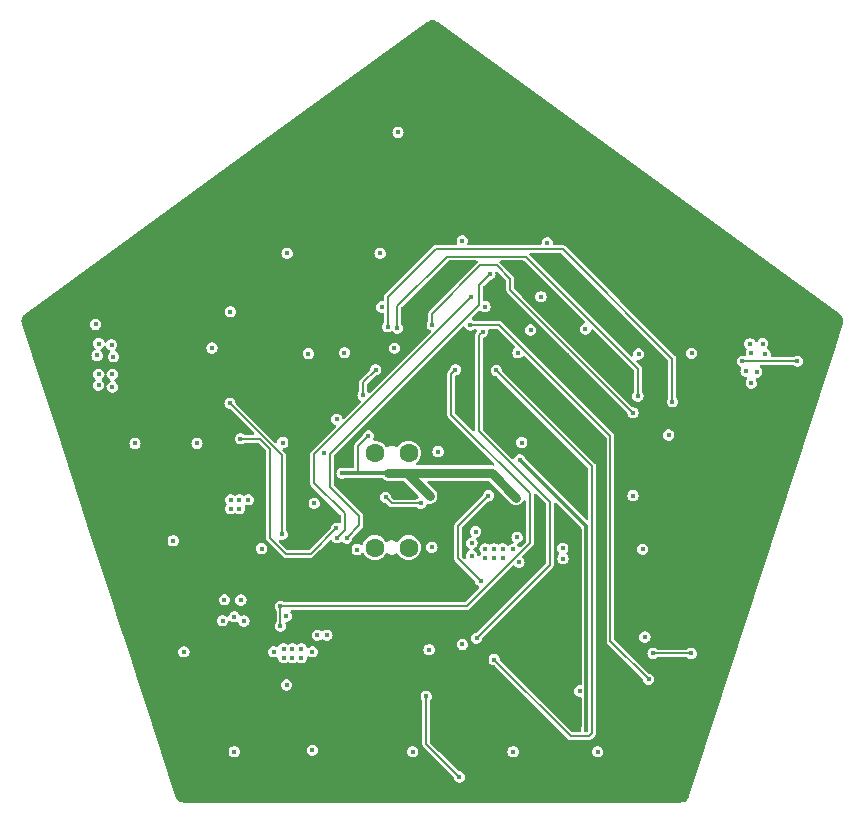
<source format=gbr>
%TF.GenerationSoftware,KiCad,Pcbnew,7.0.5*%
%TF.CreationDate,2024-03-28T22:27:53-05:00*%
%TF.ProjectId,LEDSphere,4c454453-7068-4657-9265-2e6b69636164,rev?*%
%TF.SameCoordinates,Original*%
%TF.FileFunction,Copper,L3,Inr*%
%TF.FilePolarity,Positive*%
%FSLAX46Y46*%
G04 Gerber Fmt 4.6, Leading zero omitted, Abs format (unit mm)*
G04 Created by KiCad (PCBNEW 7.0.5) date 2024-03-28 22:27:53*
%MOMM*%
%LPD*%
G01*
G04 APERTURE LIST*
%TA.AperFunction,ComponentPad*%
%ADD10C,1.600000*%
%TD*%
%TA.AperFunction,ViaPad*%
%ADD11C,0.450000*%
%TD*%
%TA.AperFunction,Conductor*%
%ADD12C,0.300000*%
%TD*%
%TA.AperFunction,Conductor*%
%ADD13C,0.150000*%
%TD*%
%TA.AperFunction,Conductor*%
%ADD14C,0.800000*%
%TD*%
G04 APERTURE END LIST*
D10*
%TO.N,unconnected-(J200-MH5-PadMH1)*%
%TO.C,J200*%
X145235000Y-104740000D03*
%TO.N,unconnected-(J200-MH6-PadMH2)*%
X145235000Y-96740000D03*
%TO.N,unconnected-(J200-PadMH3)*%
X148095000Y-104740000D03*
%TO.N,unconnected-(J200-PadMH4)*%
X148095000Y-96740000D03*
%TD*%
D11*
%TO.N,+3V3*%
X131890000Y-96790000D03*
X164650543Y-97534500D03*
X140670000Y-116784500D03*
X135560000Y-108760000D03*
X162693200Y-83936800D03*
X161541800Y-88478200D03*
X135050000Y-97230000D03*
X135790000Y-96920000D03*
X158516400Y-84040000D03*
X166950000Y-86190000D03*
X165540000Y-116794500D03*
X132490000Y-97320000D03*
X137490000Y-84320000D03*
X146340000Y-112500000D03*
X153620000Y-114494500D03*
X165689500Y-96774500D03*
X138620000Y-83200000D03*
X165950000Y-97670000D03*
%TO.N,+5V*%
X178070000Y-87470000D03*
X178290000Y-88380000D03*
X132500000Y-109170000D03*
X133000000Y-84780000D03*
X121880000Y-87470000D03*
X177000000Y-87480000D03*
X133350000Y-110600000D03*
X177110000Y-88280000D03*
X134160000Y-110960000D03*
X137770000Y-116370000D03*
X123100000Y-88580000D03*
X121730000Y-88480000D03*
X137750000Y-110530000D03*
X132350000Y-110940000D03*
X122960000Y-87570000D03*
X133900000Y-109180000D03*
%TO.N,VBUS*%
X144690000Y-95280000D03*
X146380000Y-98444500D03*
X157210000Y-100510000D03*
X149880000Y-100390000D03*
X142475000Y-98444500D03*
%TO.N,FAST_OFF*%
X155350000Y-114220000D03*
X155530000Y-89750000D03*
%TO.N,Net-(D203-K)*%
X163150000Y-120220000D03*
X157520244Y-97313143D03*
%TO.N,Net-(D202-K)*%
X154860000Y-100344500D03*
X154220497Y-107589503D03*
%TO.N,SDA*%
X168800000Y-113700000D03*
X152400000Y-124170000D03*
X172020000Y-113710000D03*
X149590000Y-117350000D03*
%TO.N,AMP_LRCLK*%
X170430000Y-92390000D03*
X146320000Y-86050000D03*
%TO.N,AMP_BCLK*%
X147140000Y-86160000D03*
X167510000Y-91910000D03*
%TO.N,AMP_DIN*%
X167100000Y-93330000D03*
X150100000Y-85870000D03*
%TO.N,FUEL_ALERT*%
X153330000Y-85900000D03*
X168430000Y-115890000D03*
%TO.N,POWER_ALERT*%
X153860000Y-112420000D03*
X154367950Y-86470972D03*
%TO.N,BOOST_PG*%
X137250000Y-111390000D03*
X137250000Y-109710000D03*
X152065000Y-89684500D03*
%TO.N,VBUS_SENSE*%
X144240000Y-91840000D03*
X145320000Y-89684500D03*
%TO.N,TXD*%
X142040000Y-103920000D03*
X153400000Y-83520000D03*
%TO.N,RXD*%
X154980000Y-81585500D03*
X142860000Y-103930000D03*
%TO.N,D-*%
X149130000Y-100990000D03*
X146146800Y-100476800D03*
%TO.N,RTS*%
X137400000Y-103610000D03*
X132980000Y-92520000D03*
%TO.N,DTR*%
X141980000Y-103100000D03*
X133861249Y-95532032D03*
%TO.N,SERIAL_OUT*%
X181020000Y-88960000D03*
X176370000Y-88970000D03*
%TO.N,DOUT_5V*%
X121610000Y-85850000D03*
%TO.N,GND*%
X133780000Y-101450000D03*
X138260000Y-114060000D03*
X142020000Y-93890000D03*
X156080000Y-104850000D03*
X157440000Y-105990000D03*
X164110000Y-122030000D03*
X121850000Y-91000000D03*
X172070000Y-88294500D03*
X134530000Y-100700000D03*
X149840000Y-113390000D03*
X137450000Y-95850000D03*
X133030000Y-100700000D03*
X155330000Y-104850000D03*
X156980000Y-104880000D03*
X159305500Y-83500000D03*
X161153500Y-104803500D03*
X162575500Y-116880000D03*
X152653500Y-112940000D03*
X123030000Y-90080000D03*
X167100000Y-100344500D03*
X150070000Y-104720000D03*
X154580000Y-105600000D03*
X148455000Y-122025000D03*
X139010000Y-114060000D03*
X142670000Y-88250000D03*
X177580000Y-89870000D03*
X124940000Y-95930000D03*
X138260000Y-113310000D03*
X135653500Y-104823500D03*
X153440000Y-105430000D03*
X139950000Y-113570000D03*
X147200000Y-69590000D03*
X139608756Y-88316660D03*
X157290000Y-103870000D03*
X140948200Y-96708200D03*
X121850000Y-90060000D03*
X139955000Y-121895000D03*
X137510000Y-113310000D03*
X176670000Y-89820000D03*
X143750000Y-104920000D03*
X161170000Y-105670000D03*
X133030000Y-101450000D03*
X170130000Y-95210000D03*
X157680000Y-95850000D03*
X146900000Y-87860000D03*
X133335000Y-122030000D03*
X155330000Y-105600000D03*
X141180000Y-112160000D03*
X154580000Y-104850000D03*
X140115000Y-100990000D03*
X137820000Y-79830000D03*
X128171750Y-104168250D03*
X139010000Y-113310000D03*
X177110000Y-90820000D03*
X145820500Y-84370000D03*
X130185000Y-95920000D03*
X133780000Y-100700000D03*
X145690000Y-79830000D03*
X136670000Y-113570000D03*
X131455000Y-87845000D03*
X157370000Y-88250000D03*
X168105000Y-112315000D03*
X154565247Y-84333756D03*
X156955000Y-122025000D03*
X159835000Y-78955000D03*
X150600000Y-96610000D03*
X140370000Y-112170000D03*
X153460000Y-104350000D03*
X163060000Y-86229500D03*
X137510000Y-114060000D03*
X153780000Y-103390000D03*
X167923500Y-104880000D03*
X158423051Y-86326949D03*
X123030000Y-91140000D03*
X156080000Y-105600000D03*
X167580000Y-88360000D03*
X129073500Y-113570000D03*
X152640000Y-78790500D03*
%TD*%
D12*
%TO.N,Net-(D203-K)*%
X163150000Y-102950000D02*
X163150000Y-120220000D01*
X157520244Y-97320244D02*
X163150000Y-102950000D01*
X157520244Y-97313143D02*
X157520244Y-97320244D01*
D13*
%TO.N,AMP_BCLK*%
X167510000Y-89610000D02*
X167510000Y-91910000D01*
X158000000Y-80100000D02*
X167510000Y-89610000D01*
X151330000Y-80100000D02*
X158000000Y-80100000D01*
X147140000Y-84290000D02*
X151330000Y-80100000D01*
X147140000Y-86160000D02*
X147140000Y-84290000D01*
%TO.N,AMP_LRCLK*%
X150395000Y-79455000D02*
X146320000Y-83530000D01*
X146320000Y-83530000D02*
X146320000Y-86050000D01*
X161145000Y-79455000D02*
X150395000Y-79455000D01*
X170430000Y-88740000D02*
X161145000Y-79455000D01*
X170430000Y-92390000D02*
X170430000Y-88740000D01*
D12*
%TO.N,+3V3*%
X137490000Y-84320000D02*
X137500000Y-84320000D01*
X137500000Y-84320000D02*
X138620000Y-83200000D01*
D14*
%TO.N,VBUS*%
X149880000Y-100390000D02*
X147934500Y-98444500D01*
D13*
X143810000Y-96160000D02*
X143810000Y-98244500D01*
D12*
X144010000Y-98444500D02*
X146380000Y-98444500D01*
X147934500Y-98444500D02*
X155144500Y-98444500D01*
D13*
X144690000Y-95280000D02*
X143810000Y-96160000D01*
D14*
X146380000Y-98444500D02*
X155144500Y-98444500D01*
D12*
X146380000Y-98444500D02*
X147934500Y-98444500D01*
D13*
X143810000Y-98244500D02*
X144010000Y-98444500D01*
D12*
X142475000Y-98444500D02*
X144010000Y-98444500D01*
D14*
X155144500Y-98444500D02*
X157210000Y-100510000D01*
D13*
%TO.N,FAST_OFF*%
X155350000Y-114220000D02*
X161850000Y-120720000D01*
X161850000Y-120720000D02*
X163357107Y-120720000D01*
X163650000Y-120427107D02*
X163650000Y-97870000D01*
X163650000Y-97870000D02*
X155530000Y-89750000D01*
X163357107Y-120720000D02*
X163650000Y-120427107D01*
%TO.N,Net-(D202-K)*%
X152290000Y-105659006D02*
X152290000Y-102914500D01*
X152290000Y-102914500D02*
X154860000Y-100344500D01*
X154220497Y-107589503D02*
X152290000Y-105659006D01*
%TO.N,SDA*%
X172020000Y-113710000D02*
X172010000Y-113700000D01*
X149590000Y-121360000D02*
X149590000Y-117350000D01*
X152400000Y-124170000D02*
X149590000Y-121360000D01*
X172010000Y-113700000D02*
X168800000Y-113700000D01*
%TO.N,AMP_DIN*%
X150100000Y-84930000D02*
X154180000Y-80850000D01*
X155580000Y-80850000D02*
X156710000Y-81980000D01*
X154180000Y-80850000D02*
X155580000Y-80850000D01*
X156710000Y-81980000D02*
X156710000Y-82940000D01*
X156710000Y-82940000D02*
X167100000Y-93330000D01*
X150100000Y-85870000D02*
X150100000Y-84930000D01*
%TO.N,FUEL_ALERT*%
X165190000Y-95320000D02*
X165190000Y-112650000D01*
X153330000Y-85900000D02*
X155770000Y-85900000D01*
X165190000Y-112650000D02*
X168430000Y-115890000D01*
X155770000Y-85900000D02*
X165190000Y-95320000D01*
%TO.N,POWER_ALERT*%
X154080000Y-94900000D02*
X160060000Y-100880000D01*
X154080000Y-86758922D02*
X154080000Y-94900000D01*
X160060000Y-100880000D02*
X160060000Y-106220000D01*
X160060000Y-106220000D02*
X153860000Y-112420000D01*
X154367950Y-86470972D02*
X154080000Y-86758922D01*
%TO.N,BOOST_PG*%
X152065000Y-89684500D02*
X151720000Y-90029500D01*
X151720000Y-90029500D02*
X151720000Y-93510000D01*
X151720000Y-93510000D02*
X158370000Y-100160000D01*
X158370000Y-100160000D02*
X158370000Y-104350000D01*
X137250000Y-111390000D02*
X137250000Y-109710000D01*
X158370000Y-104350000D02*
X153010000Y-109710000D01*
X153010000Y-109710000D02*
X137250000Y-109710000D01*
%TO.N,VBUS_SENSE*%
X144240000Y-90764500D02*
X144240000Y-91840000D01*
X145320000Y-89684500D02*
X144240000Y-90764500D01*
%TO.N,TXD*%
X153400000Y-83520000D02*
X153400000Y-83550000D01*
X140090000Y-96860000D02*
X140090000Y-99260000D01*
X142682107Y-103277893D02*
X142040000Y-103920000D01*
X142682107Y-101852107D02*
X142682107Y-103277893D01*
X140090000Y-99260000D02*
X142682107Y-101852107D01*
X153400000Y-83550000D02*
X140090000Y-96860000D01*
%TO.N,RXD*%
X143940000Y-102100000D02*
X143940000Y-102850000D01*
X154090000Y-82510000D02*
X154090000Y-84180000D01*
X154980000Y-81620000D02*
X154090000Y-82510000D01*
X154980000Y-81585500D02*
X154980000Y-81620000D01*
X141430000Y-96840000D02*
X141430000Y-99590000D01*
X141430000Y-99590000D02*
X143940000Y-102100000D01*
X154090000Y-84180000D02*
X141430000Y-96840000D01*
X143940000Y-102850000D02*
X142860000Y-103930000D01*
%TO.N,D-*%
X146670000Y-101000000D02*
X146146800Y-100476800D01*
X149130000Y-100990000D02*
X149120000Y-101000000D01*
X149120000Y-101000000D02*
X146670000Y-101000000D01*
%TO.N,RTS*%
X137400000Y-96940000D02*
X132980000Y-92520000D01*
X137400000Y-103610000D02*
X137400000Y-96940000D01*
%TO.N,DTR*%
X133861249Y-95532032D02*
X135497058Y-95532032D01*
X139800000Y-105280000D02*
X141980000Y-103100000D01*
X136370000Y-96404974D02*
X136370000Y-103950000D01*
X135497058Y-95532032D02*
X136370000Y-96404974D01*
X136370000Y-103950000D02*
X137700000Y-105280000D01*
X137700000Y-105280000D02*
X139800000Y-105280000D01*
%TO.N,SERIAL_OUT*%
X176370000Y-88970000D02*
X176380000Y-88960000D01*
X176380000Y-88960000D02*
X181020000Y-88960000D01*
%TD*%
%TA.AperFunction,Conductor*%
%TO.N,+3V3*%
G36*
X150245080Y-60096450D02*
G01*
X150270424Y-60101837D01*
X150384723Y-60138975D01*
X150408395Y-60149514D01*
X150520940Y-60214493D01*
X150526376Y-60218022D01*
X150562261Y-60244094D01*
X150562262Y-60244094D01*
X184609464Y-84980834D01*
X184612662Y-84983157D01*
X184617704Y-84987240D01*
X184689367Y-85051769D01*
X184714282Y-85074203D01*
X184731627Y-85093467D01*
X184802261Y-85190690D01*
X184815222Y-85213139D01*
X184864101Y-85322924D01*
X184872111Y-85347577D01*
X184897097Y-85465121D01*
X184899807Y-85490902D01*
X184899808Y-85611075D01*
X184897099Y-85636853D01*
X184870089Y-85763946D01*
X184868408Y-85770221D01*
X184246658Y-87683771D01*
X171862305Y-125798891D01*
X171851868Y-125831012D01*
X171848603Y-125841057D01*
X171846277Y-125847117D01*
X171793420Y-125965829D01*
X171780457Y-125988279D01*
X171709828Y-126085486D01*
X171692481Y-126104751D01*
X171603180Y-126185152D01*
X171582206Y-126200389D01*
X171478141Y-126260464D01*
X171454458Y-126271007D01*
X171340179Y-126308132D01*
X171314821Y-126313521D01*
X171185004Y-126327157D01*
X171178519Y-126327496D01*
X171124794Y-126327493D01*
X171124744Y-126327497D01*
X129046127Y-126327497D01*
X129039649Y-126327157D01*
X128982023Y-126321099D01*
X128910408Y-126313569D01*
X128885053Y-126308179D01*
X128770768Y-126271042D01*
X128747088Y-126260498D01*
X128643019Y-126200412D01*
X128622049Y-126185176D01*
X128532746Y-126104764D01*
X128515405Y-126085504D01*
X128444771Y-125988281D01*
X128431811Y-125965832D01*
X128378830Y-125846830D01*
X128376503Y-125840767D01*
X128362898Y-125798893D01*
X128362896Y-125798891D01*
X128358363Y-125784938D01*
X128358360Y-125784931D01*
X127138309Y-122030000D01*
X132854610Y-122030000D01*
X132854659Y-122030342D01*
X132874068Y-122165337D01*
X132874070Y-122165345D01*
X132930867Y-122289714D01*
X132930872Y-122289721D01*
X133020409Y-122393053D01*
X133020413Y-122393057D01*
X133080979Y-122431979D01*
X133135439Y-122466978D01*
X133201036Y-122486239D01*
X133266632Y-122505500D01*
X133266633Y-122505500D01*
X133403367Y-122505500D01*
X133534561Y-122466978D01*
X133649589Y-122393055D01*
X133739130Y-122289718D01*
X133741414Y-122284718D01*
X133753591Y-122258053D01*
X133795931Y-122165342D01*
X133815390Y-122030000D01*
X133795980Y-121894999D01*
X139474610Y-121894999D01*
X139494068Y-122030337D01*
X139494070Y-122030345D01*
X139550867Y-122154714D01*
X139550872Y-122154721D01*
X139640409Y-122258053D01*
X139640413Y-122258057D01*
X139689674Y-122289714D01*
X139755439Y-122331978D01*
X139821036Y-122351239D01*
X139886632Y-122370500D01*
X139886633Y-122370500D01*
X140023367Y-122370500D01*
X140154561Y-122331978D01*
X140269589Y-122258055D01*
X140359130Y-122154718D01*
X140415931Y-122030342D01*
X140416699Y-122025000D01*
X147974610Y-122025000D01*
X147994068Y-122160337D01*
X147994070Y-122160345D01*
X148050867Y-122284714D01*
X148050872Y-122284721D01*
X148140409Y-122388053D01*
X148140413Y-122388057D01*
X148200979Y-122426979D01*
X148255439Y-122461978D01*
X148321035Y-122481239D01*
X148386632Y-122500500D01*
X148386633Y-122500500D01*
X148523367Y-122500500D01*
X148654561Y-122461978D01*
X148769589Y-122388055D01*
X148859130Y-122284718D01*
X148915931Y-122160342D01*
X148935390Y-122025000D01*
X148915931Y-121889658D01*
X148861415Y-121770285D01*
X148859132Y-121765285D01*
X148859127Y-121765278D01*
X148769590Y-121661946D01*
X148769586Y-121661942D01*
X148662341Y-121593022D01*
X148654561Y-121588022D01*
X148654560Y-121588021D01*
X148654559Y-121588021D01*
X148523368Y-121549500D01*
X148523367Y-121549500D01*
X148386633Y-121549500D01*
X148386632Y-121549500D01*
X148255440Y-121588021D01*
X148140413Y-121661942D01*
X148140409Y-121661946D01*
X148050872Y-121765278D01*
X148050867Y-121765285D01*
X147994070Y-121889654D01*
X147994068Y-121889662D01*
X147974610Y-122025000D01*
X140416699Y-122025000D01*
X140435390Y-121895000D01*
X140415931Y-121759658D01*
X140373591Y-121666946D01*
X140359132Y-121635285D01*
X140359127Y-121635278D01*
X140269590Y-121531946D01*
X140269586Y-121531942D01*
X140154559Y-121458021D01*
X140023368Y-121419500D01*
X140023367Y-121419500D01*
X139886633Y-121419500D01*
X139886632Y-121419500D01*
X139755440Y-121458021D01*
X139640413Y-121531942D01*
X139640409Y-121531946D01*
X139550872Y-121635278D01*
X139550867Y-121635285D01*
X139494070Y-121759654D01*
X139494068Y-121759662D01*
X139474610Y-121894999D01*
X133795980Y-121894999D01*
X133795931Y-121894658D01*
X133783677Y-121867827D01*
X133739132Y-121770285D01*
X133739127Y-121770278D01*
X133649590Y-121666946D01*
X133649586Y-121666942D01*
X133548735Y-121602131D01*
X133534561Y-121593022D01*
X133534560Y-121593021D01*
X133534559Y-121593021D01*
X133403368Y-121554500D01*
X133403367Y-121554500D01*
X133266633Y-121554500D01*
X133266632Y-121554500D01*
X133135440Y-121593021D01*
X133020413Y-121666942D01*
X133020409Y-121666946D01*
X132930872Y-121770278D01*
X132930867Y-121770285D01*
X132874070Y-121894654D01*
X132874068Y-121894662D01*
X132855329Y-122024999D01*
X132854610Y-122030000D01*
X127138309Y-122030000D01*
X125617685Y-117349999D01*
X149109610Y-117349999D01*
X149129068Y-117485337D01*
X149129070Y-117485345D01*
X149185867Y-117609714D01*
X149185869Y-117609716D01*
X149185870Y-117609718D01*
X149234213Y-117665509D01*
X149263238Y-117729063D01*
X149264500Y-117746711D01*
X149264500Y-121343078D01*
X149264264Y-121348485D01*
X149260735Y-121388808D01*
X149271212Y-121427910D01*
X149272383Y-121433190D01*
X149279411Y-121473043D01*
X149281235Y-121478055D01*
X149288197Y-121494861D01*
X149290445Y-121499681D01*
X149290446Y-121499684D01*
X149304452Y-121519687D01*
X149313655Y-121532831D01*
X149316561Y-121537392D01*
X149336806Y-121572455D01*
X149367815Y-121598475D01*
X149371805Y-121602131D01*
X151887057Y-124117383D01*
X151920542Y-124178706D01*
X151922114Y-124187417D01*
X151939068Y-124305337D01*
X151939070Y-124305345D01*
X151995867Y-124429714D01*
X151995872Y-124429721D01*
X152085409Y-124533053D01*
X152085413Y-124533057D01*
X152145979Y-124571979D01*
X152200439Y-124606978D01*
X152266035Y-124626238D01*
X152331632Y-124645500D01*
X152331633Y-124645500D01*
X152468367Y-124645500D01*
X152599561Y-124606978D01*
X152714589Y-124533055D01*
X152804130Y-124429718D01*
X152860931Y-124305342D01*
X152880390Y-124170000D01*
X152860931Y-124034658D01*
X152848677Y-124007827D01*
X152804132Y-123910285D01*
X152804127Y-123910278D01*
X152714590Y-123806946D01*
X152714586Y-123806942D01*
X152599559Y-123733021D01*
X152468368Y-123694500D01*
X152468367Y-123694500D01*
X152436188Y-123694500D01*
X152369149Y-123674815D01*
X152348507Y-123658181D01*
X150715327Y-122025000D01*
X156474610Y-122025000D01*
X156494068Y-122160337D01*
X156494070Y-122160345D01*
X156550867Y-122284714D01*
X156550872Y-122284721D01*
X156640409Y-122388053D01*
X156640413Y-122388057D01*
X156700979Y-122426979D01*
X156755439Y-122461978D01*
X156821036Y-122481239D01*
X156886632Y-122500500D01*
X156886633Y-122500500D01*
X157023367Y-122500500D01*
X157154561Y-122461978D01*
X157269589Y-122388055D01*
X157359130Y-122284718D01*
X157415931Y-122160342D01*
X157434671Y-122030000D01*
X163629610Y-122030000D01*
X163649068Y-122165337D01*
X163649070Y-122165345D01*
X163705867Y-122289714D01*
X163705872Y-122289721D01*
X163795409Y-122393053D01*
X163795413Y-122393057D01*
X163855979Y-122431979D01*
X163910439Y-122466978D01*
X163976035Y-122486238D01*
X164041632Y-122505500D01*
X164041633Y-122505500D01*
X164178367Y-122505500D01*
X164309561Y-122466978D01*
X164424589Y-122393055D01*
X164514130Y-122289718D01*
X164516414Y-122284718D01*
X164528591Y-122258053D01*
X164570931Y-122165342D01*
X164590390Y-122030000D01*
X164570931Y-121894658D01*
X164558677Y-121867827D01*
X164514132Y-121770285D01*
X164514127Y-121770278D01*
X164424590Y-121666946D01*
X164424586Y-121666942D01*
X164323735Y-121602131D01*
X164309561Y-121593022D01*
X164309560Y-121593021D01*
X164309559Y-121593021D01*
X164178368Y-121554500D01*
X164178367Y-121554500D01*
X164041633Y-121554500D01*
X164041632Y-121554500D01*
X163910440Y-121593021D01*
X163795413Y-121666942D01*
X163795409Y-121666946D01*
X163705872Y-121770278D01*
X163705867Y-121770285D01*
X163649070Y-121894654D01*
X163649068Y-121894662D01*
X163629610Y-122030000D01*
X157434671Y-122030000D01*
X157435390Y-122025000D01*
X157415931Y-121889658D01*
X157361415Y-121770285D01*
X157359132Y-121765285D01*
X157359127Y-121765278D01*
X157269590Y-121661946D01*
X157269586Y-121661942D01*
X157162341Y-121593022D01*
X157154561Y-121588022D01*
X157154560Y-121588021D01*
X157154559Y-121588021D01*
X157023368Y-121549500D01*
X157023367Y-121549500D01*
X156886633Y-121549500D01*
X156886632Y-121549500D01*
X156755440Y-121588021D01*
X156640413Y-121661942D01*
X156640409Y-121661946D01*
X156550872Y-121765278D01*
X156550867Y-121765285D01*
X156494070Y-121889654D01*
X156494068Y-121889662D01*
X156474610Y-122025000D01*
X150715327Y-122025000D01*
X149951819Y-121261492D01*
X149918334Y-121200169D01*
X149915500Y-121173811D01*
X149915500Y-117746711D01*
X149935185Y-117679672D01*
X149945782Y-117665514D01*
X149994130Y-117609718D01*
X150050931Y-117485342D01*
X150070390Y-117350000D01*
X150050931Y-117214658D01*
X150016705Y-117139714D01*
X149994132Y-117090285D01*
X149994127Y-117090278D01*
X149904590Y-116986946D01*
X149904586Y-116986942D01*
X149789559Y-116913021D01*
X149658368Y-116874500D01*
X149658367Y-116874500D01*
X149521633Y-116874500D01*
X149521632Y-116874500D01*
X149390440Y-116913021D01*
X149275413Y-116986942D01*
X149275409Y-116986946D01*
X149185872Y-117090278D01*
X149185867Y-117090285D01*
X149129070Y-117214654D01*
X149129068Y-117214662D01*
X149109610Y-117349999D01*
X125617685Y-117349999D01*
X125299264Y-116369999D01*
X137289610Y-116369999D01*
X137309068Y-116505337D01*
X137309070Y-116505345D01*
X137365867Y-116629714D01*
X137365872Y-116629721D01*
X137455409Y-116733053D01*
X137455413Y-116733057D01*
X137515979Y-116771979D01*
X137570439Y-116806978D01*
X137636036Y-116826238D01*
X137701632Y-116845500D01*
X137701633Y-116845500D01*
X137838367Y-116845500D01*
X137969561Y-116806978D01*
X138084589Y-116733055D01*
X138174130Y-116629718D01*
X138230931Y-116505342D01*
X138250390Y-116370000D01*
X138230931Y-116234658D01*
X138218677Y-116207827D01*
X138174132Y-116110285D01*
X138174127Y-116110278D01*
X138084590Y-116006946D01*
X138084586Y-116006942D01*
X137969559Y-115933021D01*
X137838368Y-115894500D01*
X137838367Y-115894500D01*
X137701633Y-115894500D01*
X137701632Y-115894500D01*
X137570440Y-115933021D01*
X137455413Y-116006942D01*
X137455409Y-116006946D01*
X137365872Y-116110278D01*
X137365867Y-116110285D01*
X137309070Y-116234654D01*
X137309068Y-116234662D01*
X137289610Y-116369999D01*
X125299264Y-116369999D01*
X124389489Y-113569999D01*
X128593110Y-113569999D01*
X128612568Y-113705337D01*
X128612570Y-113705345D01*
X128669367Y-113829714D01*
X128669372Y-113829721D01*
X128758909Y-113933053D01*
X128758913Y-113933057D01*
X128815965Y-113969721D01*
X128873939Y-114006978D01*
X128937019Y-114025500D01*
X129005132Y-114045500D01*
X129005133Y-114045500D01*
X129141867Y-114045500D01*
X129273061Y-114006978D01*
X129388089Y-113933055D01*
X129477630Y-113829718D01*
X129534431Y-113705342D01*
X129553890Y-113570000D01*
X136189610Y-113570000D01*
X136209068Y-113705337D01*
X136209070Y-113705345D01*
X136265867Y-113829714D01*
X136265872Y-113829721D01*
X136355409Y-113933053D01*
X136355413Y-113933057D01*
X136412465Y-113969721D01*
X136470439Y-114006978D01*
X136533519Y-114025500D01*
X136601632Y-114045500D01*
X136601633Y-114045500D01*
X136738367Y-114045500D01*
X136878070Y-114004480D01*
X136879111Y-114008026D01*
X136930860Y-114000493D01*
X136994467Y-114029406D01*
X137032345Y-114088117D01*
X137036168Y-114105615D01*
X137049068Y-114195337D01*
X137049070Y-114195345D01*
X137105867Y-114319714D01*
X137105872Y-114319721D01*
X137195409Y-114423053D01*
X137195413Y-114423057D01*
X137255979Y-114461979D01*
X137310439Y-114496978D01*
X137376035Y-114516238D01*
X137441632Y-114535500D01*
X137441633Y-114535500D01*
X137578367Y-114535500D01*
X137709561Y-114496978D01*
X137817962Y-114427313D01*
X137885001Y-114407630D01*
X137952037Y-114427313D01*
X138060439Y-114496978D01*
X138060441Y-114496978D01*
X138060442Y-114496979D01*
X138191632Y-114535500D01*
X138191633Y-114535500D01*
X138328367Y-114535500D01*
X138459561Y-114496978D01*
X138567962Y-114427313D01*
X138635001Y-114407630D01*
X138702037Y-114427313D01*
X138810439Y-114496978D01*
X138810441Y-114496978D01*
X138810442Y-114496979D01*
X138941632Y-114535500D01*
X138941633Y-114535500D01*
X139078367Y-114535500D01*
X139209561Y-114496978D01*
X139324589Y-114423055D01*
X139414130Y-114319718D01*
X139470931Y-114195342D01*
X139490390Y-114060000D01*
X139490389Y-114059999D01*
X139491652Y-114051222D01*
X139494870Y-114051684D01*
X139510075Y-113999905D01*
X139562879Y-113954150D01*
X139632037Y-113944206D01*
X139681426Y-113962627D01*
X139750439Y-114006978D01*
X139750441Y-114006978D01*
X139750442Y-114006979D01*
X139881632Y-114045500D01*
X139881633Y-114045500D01*
X140018367Y-114045500D01*
X140149561Y-114006978D01*
X140264589Y-113933055D01*
X140354130Y-113829718D01*
X140410931Y-113705342D01*
X140430390Y-113570000D01*
X140410931Y-113434658D01*
X140390536Y-113390000D01*
X149359610Y-113390000D01*
X149379068Y-113525337D01*
X149379070Y-113525345D01*
X149435867Y-113649714D01*
X149435872Y-113649721D01*
X149525409Y-113753053D01*
X149525413Y-113753057D01*
X149572041Y-113783022D01*
X149640439Y-113826978D01*
X149702964Y-113845337D01*
X149771632Y-113865500D01*
X149771633Y-113865500D01*
X149908367Y-113865500D01*
X150039561Y-113826978D01*
X150154589Y-113753055D01*
X150244130Y-113649718D01*
X150300931Y-113525342D01*
X150320390Y-113390000D01*
X150300931Y-113254658D01*
X150277783Y-113203972D01*
X150244132Y-113130285D01*
X150244127Y-113130278D01*
X150154590Y-113026946D01*
X150154586Y-113026942D01*
X150039559Y-112953021D01*
X149995210Y-112939999D01*
X152173110Y-112939999D01*
X152192568Y-113075337D01*
X152192570Y-113075345D01*
X152249367Y-113199714D01*
X152249372Y-113199721D01*
X152338909Y-113303053D01*
X152338913Y-113303057D01*
X152391647Y-113336946D01*
X152453939Y-113376978D01*
X152498288Y-113390000D01*
X152585132Y-113415500D01*
X152585133Y-113415500D01*
X152721867Y-113415500D01*
X152853061Y-113376978D01*
X152968089Y-113303055D01*
X153057630Y-113199718D01*
X153114431Y-113075342D01*
X153133890Y-112940000D01*
X153114431Y-112804658D01*
X153077226Y-112723190D01*
X153057632Y-112680285D01*
X153057627Y-112680278D01*
X152968090Y-112576946D01*
X152968086Y-112576942D01*
X152853059Y-112503021D01*
X152721868Y-112464500D01*
X152721867Y-112464500D01*
X152585133Y-112464500D01*
X152585132Y-112464500D01*
X152453940Y-112503021D01*
X152338913Y-112576942D01*
X152338909Y-112576946D01*
X152249372Y-112680278D01*
X152249367Y-112680285D01*
X152192570Y-112804654D01*
X152192568Y-112804662D01*
X152173110Y-112939999D01*
X149995210Y-112939999D01*
X149908368Y-112914500D01*
X149908367Y-112914500D01*
X149771633Y-112914500D01*
X149771632Y-112914500D01*
X149640440Y-112953021D01*
X149525413Y-113026942D01*
X149525409Y-113026946D01*
X149435872Y-113130278D01*
X149435867Y-113130285D01*
X149379070Y-113254654D01*
X149379068Y-113254662D01*
X149359610Y-113390000D01*
X140390536Y-113390000D01*
X140374468Y-113354815D01*
X140354132Y-113310285D01*
X140354127Y-113310278D01*
X140264590Y-113206946D01*
X140264586Y-113206942D01*
X140149559Y-113133021D01*
X140018368Y-113094500D01*
X140018367Y-113094500D01*
X139881633Y-113094500D01*
X139881632Y-113094500D01*
X139750440Y-113133021D01*
X139640035Y-113203972D01*
X139572995Y-113223656D01*
X139505956Y-113203970D01*
X139460203Y-113151167D01*
X139414132Y-113050285D01*
X139414127Y-113050278D01*
X139324590Y-112946946D01*
X139324586Y-112946942D01*
X139209559Y-112873021D01*
X139078368Y-112834500D01*
X139078367Y-112834500D01*
X138941633Y-112834500D01*
X138941632Y-112834500D01*
X138810440Y-112873021D01*
X138702038Y-112942685D01*
X138634998Y-112962369D01*
X138567962Y-112942685D01*
X138459559Y-112873021D01*
X138328368Y-112834500D01*
X138328367Y-112834500D01*
X138191633Y-112834500D01*
X138191632Y-112834500D01*
X138060440Y-112873021D01*
X137952038Y-112942685D01*
X137884998Y-112962369D01*
X137817962Y-112942685D01*
X137709559Y-112873021D01*
X137578368Y-112834500D01*
X137578367Y-112834500D01*
X137441633Y-112834500D01*
X137441632Y-112834500D01*
X137310440Y-112873021D01*
X137195413Y-112946942D01*
X137195409Y-112946946D01*
X137105872Y-113050278D01*
X137105869Y-113050283D01*
X137082486Y-113101485D01*
X137036731Y-113154289D01*
X136969691Y-113173973D01*
X136902654Y-113154289D01*
X136869559Y-113133021D01*
X136738368Y-113094500D01*
X136738367Y-113094500D01*
X136601633Y-113094500D01*
X136601632Y-113094500D01*
X136470440Y-113133021D01*
X136355413Y-113206942D01*
X136355409Y-113206946D01*
X136265872Y-113310278D01*
X136265867Y-113310285D01*
X136209070Y-113434654D01*
X136209068Y-113434662D01*
X136189610Y-113570000D01*
X129553890Y-113570000D01*
X129534431Y-113434658D01*
X129497968Y-113354815D01*
X129477632Y-113310285D01*
X129477627Y-113310278D01*
X129388090Y-113206946D01*
X129388086Y-113206942D01*
X129273059Y-113133021D01*
X129141868Y-113094500D01*
X129141867Y-113094500D01*
X129005133Y-113094500D01*
X129005132Y-113094500D01*
X128873940Y-113133021D01*
X128758913Y-113206942D01*
X128758909Y-113206946D01*
X128669372Y-113310278D01*
X128669367Y-113310285D01*
X128612570Y-113434654D01*
X128612568Y-113434662D01*
X128593110Y-113569999D01*
X124389489Y-113569999D01*
X123934602Y-112170000D01*
X139889610Y-112170000D01*
X139909068Y-112305337D01*
X139909070Y-112305345D01*
X139965867Y-112429714D01*
X139965872Y-112429721D01*
X140055409Y-112533053D01*
X140055413Y-112533057D01*
X140090095Y-112555345D01*
X140170439Y-112606978D01*
X140236036Y-112626238D01*
X140301632Y-112645500D01*
X140301633Y-112645500D01*
X140438367Y-112645500D01*
X140569561Y-112606978D01*
X140684589Y-112533055D01*
X140685878Y-112531567D01*
X140687533Y-112530503D01*
X140691289Y-112527249D01*
X140691756Y-112527788D01*
X140744654Y-112493792D01*
X140814523Y-112493790D01*
X140860795Y-112519055D01*
X140865413Y-112523057D01*
X140909662Y-112551493D01*
X140980439Y-112596978D01*
X141014496Y-112606978D01*
X141111632Y-112635500D01*
X141111633Y-112635500D01*
X141248367Y-112635500D01*
X141379561Y-112596978D01*
X141494589Y-112523055D01*
X141584130Y-112419718D01*
X141640931Y-112295342D01*
X141660390Y-112160000D01*
X141640931Y-112024658D01*
X141621916Y-111983021D01*
X141584132Y-111900285D01*
X141584127Y-111900278D01*
X141494590Y-111796946D01*
X141494586Y-111796942D01*
X141403736Y-111738558D01*
X141379561Y-111723022D01*
X141379560Y-111723021D01*
X141379559Y-111723021D01*
X141248368Y-111684500D01*
X141248367Y-111684500D01*
X141111633Y-111684500D01*
X141111632Y-111684500D01*
X140980440Y-111723021D01*
X140865413Y-111796942D01*
X140865407Y-111796948D01*
X140864112Y-111798443D01*
X140862450Y-111799510D01*
X140858711Y-111802751D01*
X140858244Y-111802212D01*
X140805330Y-111836212D01*
X140735460Y-111836205D01*
X140689205Y-111810944D01*
X140684590Y-111806945D01*
X140569559Y-111733021D01*
X140438368Y-111694500D01*
X140438367Y-111694500D01*
X140301633Y-111694500D01*
X140301632Y-111694500D01*
X140170440Y-111733021D01*
X140055413Y-111806942D01*
X140055409Y-111806946D01*
X139965872Y-111910278D01*
X139965867Y-111910285D01*
X139909070Y-112034654D01*
X139909068Y-112034662D01*
X139889610Y-112170000D01*
X123934602Y-112170000D01*
X123534951Y-110940000D01*
X131869610Y-110940000D01*
X131872925Y-110963055D01*
X131889068Y-111075337D01*
X131889070Y-111075345D01*
X131945867Y-111199714D01*
X131945872Y-111199721D01*
X132035409Y-111303053D01*
X132035413Y-111303057D01*
X132066535Y-111323057D01*
X132150439Y-111376978D01*
X132194788Y-111390000D01*
X132281632Y-111415500D01*
X132281633Y-111415500D01*
X132418367Y-111415500D01*
X132549561Y-111376978D01*
X132664589Y-111303055D01*
X132754130Y-111199718D01*
X132810931Y-111075342D01*
X132818083Y-111025597D01*
X132847108Y-110962043D01*
X132905886Y-110924268D01*
X132975755Y-110924268D01*
X133028126Y-110957923D01*
X133028711Y-110957249D01*
X133033404Y-110961316D01*
X133034532Y-110962040D01*
X133034534Y-110962042D01*
X133034534Y-110962043D01*
X133035409Y-110963053D01*
X133035413Y-110963057D01*
X133082455Y-110993288D01*
X133150439Y-111036978D01*
X133188988Y-111048297D01*
X133281632Y-111075500D01*
X133281633Y-111075500D01*
X133418367Y-111075500D01*
X133549561Y-111036978D01*
X133549561Y-111036977D01*
X133554795Y-111035441D01*
X133624665Y-111035441D01*
X133683443Y-111073215D01*
X133702524Y-111102907D01*
X133755867Y-111219714D01*
X133755872Y-111219721D01*
X133845409Y-111323053D01*
X133845413Y-111323057D01*
X133905979Y-111361979D01*
X133960439Y-111396978D01*
X134023519Y-111415500D01*
X134091632Y-111435500D01*
X134091633Y-111435500D01*
X134228367Y-111435500D01*
X134359561Y-111396978D01*
X134474589Y-111323055D01*
X134564130Y-111219718D01*
X134620931Y-111095342D01*
X134640390Y-110960000D01*
X134620931Y-110824658D01*
X134604973Y-110789714D01*
X134564132Y-110700285D01*
X134564127Y-110700278D01*
X134474590Y-110596946D01*
X134474586Y-110596942D01*
X134359559Y-110523021D01*
X134228368Y-110484500D01*
X134228367Y-110484500D01*
X134091633Y-110484500D01*
X134091630Y-110484500D01*
X133955203Y-110524558D01*
X133885333Y-110524558D01*
X133826556Y-110486783D01*
X133807479Y-110457101D01*
X133754130Y-110340282D01*
X133693475Y-110270282D01*
X133664590Y-110236946D01*
X133664586Y-110236942D01*
X133549559Y-110163021D01*
X133418368Y-110124500D01*
X133418367Y-110124500D01*
X133281633Y-110124500D01*
X133281632Y-110124500D01*
X133150440Y-110163021D01*
X133035413Y-110236942D01*
X133035409Y-110236946D01*
X132945872Y-110340278D01*
X132945867Y-110340285D01*
X132889070Y-110464654D01*
X132889068Y-110464661D01*
X132881916Y-110514403D01*
X132852890Y-110577958D01*
X132794111Y-110615732D01*
X132724241Y-110615731D01*
X132671874Y-110582075D01*
X132671289Y-110582751D01*
X132666588Y-110578677D01*
X132665464Y-110577955D01*
X132664589Y-110576945D01*
X132664586Y-110576942D01*
X132549559Y-110503021D01*
X132418368Y-110464500D01*
X132418367Y-110464500D01*
X132281633Y-110464500D01*
X132281632Y-110464500D01*
X132150440Y-110503021D01*
X132035413Y-110576942D01*
X132035409Y-110576946D01*
X131945872Y-110680278D01*
X131945867Y-110680285D01*
X131889070Y-110804654D01*
X131889068Y-110804662D01*
X131876359Y-110893057D01*
X131869610Y-110940000D01*
X123534951Y-110940000D01*
X122959843Y-109169999D01*
X132019610Y-109169999D01*
X132039068Y-109305337D01*
X132039070Y-109305345D01*
X132095867Y-109429714D01*
X132095872Y-109429721D01*
X132185409Y-109533053D01*
X132185413Y-109533057D01*
X132245979Y-109571979D01*
X132300439Y-109606978D01*
X132334496Y-109616978D01*
X132431632Y-109645500D01*
X132431633Y-109645500D01*
X132568367Y-109645500D01*
X132699561Y-109606978D01*
X132814589Y-109533055D01*
X132904130Y-109429718D01*
X132960931Y-109305342D01*
X132978952Y-109180000D01*
X133419610Y-109180000D01*
X133439068Y-109315337D01*
X133439070Y-109315345D01*
X133495867Y-109439714D01*
X133495872Y-109439721D01*
X133585409Y-109543053D01*
X133585413Y-109543057D01*
X133634587Y-109574658D01*
X133700439Y-109616978D01*
X133766035Y-109636238D01*
X133831632Y-109655500D01*
X133831633Y-109655500D01*
X133968367Y-109655500D01*
X134099561Y-109616978D01*
X134214589Y-109543055D01*
X134304130Y-109439718D01*
X134360931Y-109315342D01*
X134380390Y-109180000D01*
X134360931Y-109044658D01*
X134348677Y-109017827D01*
X134304132Y-108920285D01*
X134304127Y-108920278D01*
X134214590Y-108816946D01*
X134214586Y-108816942D01*
X134099559Y-108743021D01*
X133968368Y-108704500D01*
X133968367Y-108704500D01*
X133831633Y-108704500D01*
X133831632Y-108704500D01*
X133700440Y-108743021D01*
X133585413Y-108816942D01*
X133585409Y-108816946D01*
X133495872Y-108920278D01*
X133495867Y-108920285D01*
X133439070Y-109044654D01*
X133439068Y-109044662D01*
X133419610Y-109180000D01*
X132978952Y-109180000D01*
X132980390Y-109170000D01*
X132960931Y-109034658D01*
X132948677Y-109007827D01*
X132904132Y-108910285D01*
X132904127Y-108910278D01*
X132814590Y-108806946D01*
X132814586Y-108806942D01*
X132723736Y-108748558D01*
X132699561Y-108733022D01*
X132699560Y-108733021D01*
X132699559Y-108733021D01*
X132568368Y-108694500D01*
X132568367Y-108694500D01*
X132431633Y-108694500D01*
X132431632Y-108694500D01*
X132300440Y-108733021D01*
X132185413Y-108806942D01*
X132185409Y-108806946D01*
X132095872Y-108910278D01*
X132095867Y-108910285D01*
X132039070Y-109034654D01*
X132039068Y-109034662D01*
X132019610Y-109169999D01*
X122959843Y-109169999D01*
X121547579Y-104823499D01*
X135173110Y-104823499D01*
X135192568Y-104958837D01*
X135192570Y-104958845D01*
X135249367Y-105083214D01*
X135249372Y-105083221D01*
X135338909Y-105186553D01*
X135338913Y-105186557D01*
X135371272Y-105207352D01*
X135453939Y-105260478D01*
X135508539Y-105276510D01*
X135585132Y-105299000D01*
X135585133Y-105299000D01*
X135721867Y-105299000D01*
X135853061Y-105260478D01*
X135968089Y-105186555D01*
X136057630Y-105083218D01*
X136057705Y-105083055D01*
X136070363Y-105055337D01*
X136114431Y-104958842D01*
X136133890Y-104823500D01*
X136114431Y-104688158D01*
X136099681Y-104655860D01*
X136057632Y-104563785D01*
X136057627Y-104563778D01*
X135968090Y-104460446D01*
X135968086Y-104460442D01*
X135853059Y-104386521D01*
X135721868Y-104348000D01*
X135721867Y-104348000D01*
X135585133Y-104348000D01*
X135585132Y-104348000D01*
X135453940Y-104386521D01*
X135338913Y-104460442D01*
X135338909Y-104460446D01*
X135249372Y-104563778D01*
X135249367Y-104563785D01*
X135192570Y-104688154D01*
X135192568Y-104688162D01*
X135173110Y-104823499D01*
X121547579Y-104823499D01*
X121334676Y-104168250D01*
X127691360Y-104168250D01*
X127691439Y-104168797D01*
X127710818Y-104303587D01*
X127710820Y-104303595D01*
X127767617Y-104427964D01*
X127767622Y-104427971D01*
X127857159Y-104531303D01*
X127857163Y-104531307D01*
X127917729Y-104570229D01*
X127972189Y-104605228D01*
X128037786Y-104624488D01*
X128103382Y-104643750D01*
X128103383Y-104643750D01*
X128240117Y-104643750D01*
X128371311Y-104605228D01*
X128486339Y-104531305D01*
X128575880Y-104427968D01*
X128632681Y-104303592D01*
X128652140Y-104168250D01*
X128632681Y-104032908D01*
X128614725Y-103993590D01*
X128575882Y-103908535D01*
X128575877Y-103908528D01*
X128486340Y-103805196D01*
X128486336Y-103805192D01*
X128376586Y-103734662D01*
X128371311Y-103731272D01*
X128371310Y-103731271D01*
X128371309Y-103731271D01*
X128240118Y-103692750D01*
X128240117Y-103692750D01*
X128103383Y-103692750D01*
X128103382Y-103692750D01*
X127972190Y-103731271D01*
X127857163Y-103805192D01*
X127857159Y-103805196D01*
X127767622Y-103908528D01*
X127767617Y-103908535D01*
X127710820Y-104032904D01*
X127710818Y-104032912D01*
X127693473Y-104153551D01*
X127691360Y-104168250D01*
X121334676Y-104168250D01*
X120451463Y-101450000D01*
X132549610Y-101450000D01*
X132569068Y-101585337D01*
X132569070Y-101585345D01*
X132625867Y-101709714D01*
X132625872Y-101709721D01*
X132715409Y-101813053D01*
X132715413Y-101813057D01*
X132747352Y-101833582D01*
X132830439Y-101886978D01*
X132896035Y-101906238D01*
X132961632Y-101925500D01*
X132961633Y-101925500D01*
X133098367Y-101925500D01*
X133229561Y-101886978D01*
X133337962Y-101817313D01*
X133405001Y-101797630D01*
X133472037Y-101817313D01*
X133580439Y-101886978D01*
X133580441Y-101886978D01*
X133580442Y-101886979D01*
X133711632Y-101925500D01*
X133711633Y-101925500D01*
X133848367Y-101925500D01*
X133979561Y-101886978D01*
X134094589Y-101813055D01*
X134184130Y-101709718D01*
X134240931Y-101585342D01*
X134260390Y-101450000D01*
X134240931Y-101314658D01*
X134240928Y-101314652D01*
X134239372Y-101309352D01*
X134239366Y-101239483D01*
X134277135Y-101180701D01*
X134340688Y-101151671D01*
X134393281Y-101155430D01*
X134461632Y-101175500D01*
X134461633Y-101175500D01*
X134598367Y-101175500D01*
X134729561Y-101136978D01*
X134844589Y-101063055D01*
X134934130Y-100959718D01*
X134990931Y-100835342D01*
X135010390Y-100700000D01*
X134990931Y-100564658D01*
X134974836Y-100529416D01*
X134934132Y-100440285D01*
X134934127Y-100440278D01*
X134844590Y-100336946D01*
X134844586Y-100336942D01*
X134729559Y-100263021D01*
X134598368Y-100224500D01*
X134598367Y-100224500D01*
X134461633Y-100224500D01*
X134461632Y-100224500D01*
X134330443Y-100263020D01*
X134330440Y-100263021D01*
X134330439Y-100263022D01*
X134311510Y-100275187D01*
X134222037Y-100332686D01*
X134154997Y-100352369D01*
X134087961Y-100332685D01*
X133979559Y-100263021D01*
X133848368Y-100224500D01*
X133848367Y-100224500D01*
X133711633Y-100224500D01*
X133711632Y-100224500D01*
X133580440Y-100263021D01*
X133472038Y-100332685D01*
X133404998Y-100352369D01*
X133337962Y-100332685D01*
X133229559Y-100263021D01*
X133098368Y-100224500D01*
X133098367Y-100224500D01*
X132961633Y-100224500D01*
X132961632Y-100224500D01*
X132830440Y-100263021D01*
X132715413Y-100336942D01*
X132715409Y-100336946D01*
X132625872Y-100440278D01*
X132625867Y-100440285D01*
X132569070Y-100564654D01*
X132569068Y-100564662D01*
X132549610Y-100699999D01*
X132549610Y-100700000D01*
X132556194Y-100745794D01*
X132569068Y-100835337D01*
X132569070Y-100835345D01*
X132625867Y-100959714D01*
X132625869Y-100959716D01*
X132625870Y-100959718D01*
X132655399Y-100993797D01*
X132684424Y-101057352D01*
X132674480Y-101126510D01*
X132655401Y-101156200D01*
X132625870Y-101190281D01*
X132625867Y-101190285D01*
X132569070Y-101314654D01*
X132569068Y-101314662D01*
X132549610Y-101450000D01*
X120451463Y-101450000D01*
X118657906Y-95929999D01*
X124459610Y-95929999D01*
X124479068Y-96065337D01*
X124479070Y-96065345D01*
X124535867Y-96189714D01*
X124535872Y-96189721D01*
X124625409Y-96293053D01*
X124625413Y-96293057D01*
X124675897Y-96325500D01*
X124740439Y-96366978D01*
X124806035Y-96386238D01*
X124871632Y-96405500D01*
X124871633Y-96405500D01*
X125008367Y-96405500D01*
X125139561Y-96366978D01*
X125254589Y-96293055D01*
X125344130Y-96189718D01*
X125400931Y-96065342D01*
X125420390Y-95930000D01*
X125418952Y-95920000D01*
X129704610Y-95920000D01*
X129724068Y-96055337D01*
X129724070Y-96055345D01*
X129780867Y-96179714D01*
X129780872Y-96179721D01*
X129870409Y-96283053D01*
X129870413Y-96283057D01*
X129888727Y-96294826D01*
X129985439Y-96356978D01*
X130019496Y-96366978D01*
X130116632Y-96395500D01*
X130116633Y-96395500D01*
X130253367Y-96395500D01*
X130384561Y-96356978D01*
X130499589Y-96283055D01*
X130589130Y-96179718D01*
X130592189Y-96173021D01*
X130605005Y-96144957D01*
X130645931Y-96055342D01*
X130665390Y-95920000D01*
X130645931Y-95784658D01*
X130632615Y-95755500D01*
X130589132Y-95660285D01*
X130589127Y-95660278D01*
X130499590Y-95556946D01*
X130499586Y-95556942D01*
X130408736Y-95498558D01*
X130384561Y-95483022D01*
X130384560Y-95483021D01*
X130384559Y-95483021D01*
X130253368Y-95444500D01*
X130253367Y-95444500D01*
X130116633Y-95444500D01*
X130116632Y-95444500D01*
X129985440Y-95483021D01*
X129870413Y-95556942D01*
X129870409Y-95556946D01*
X129780872Y-95660278D01*
X129780867Y-95660285D01*
X129724070Y-95784654D01*
X129724068Y-95784662D01*
X129704610Y-95920000D01*
X125418952Y-95920000D01*
X125400931Y-95794658D01*
X125383048Y-95755500D01*
X125344132Y-95670285D01*
X125344127Y-95670278D01*
X125254590Y-95566946D01*
X125254586Y-95566942D01*
X125139559Y-95493021D01*
X125008368Y-95454500D01*
X125008367Y-95454500D01*
X124871633Y-95454500D01*
X124871632Y-95454500D01*
X124740440Y-95493021D01*
X124625413Y-95566942D01*
X124625409Y-95566946D01*
X124535872Y-95670278D01*
X124535867Y-95670285D01*
X124479070Y-95794654D01*
X124479068Y-95794662D01*
X124459610Y-95929999D01*
X118657906Y-95929999D01*
X117549930Y-92520000D01*
X132499610Y-92520000D01*
X132502132Y-92537541D01*
X132519068Y-92655337D01*
X132519070Y-92655345D01*
X132575867Y-92779714D01*
X132575872Y-92779721D01*
X132665409Y-92883053D01*
X132665413Y-92883057D01*
X132725979Y-92921979D01*
X132780439Y-92956978D01*
X132814384Y-92966945D01*
X132911632Y-92995500D01*
X132911633Y-92995500D01*
X132943812Y-92995500D01*
X133010851Y-93015185D01*
X133031493Y-93031819D01*
X134994525Y-94994851D01*
X135028010Y-95056174D01*
X135023026Y-95125866D01*
X134981154Y-95181799D01*
X134915690Y-95206216D01*
X134906844Y-95206532D01*
X134265009Y-95206532D01*
X134197970Y-95186847D01*
X134183189Y-95174039D01*
X134182543Y-95174786D01*
X134175839Y-95168977D01*
X134080251Y-95107548D01*
X134060810Y-95095054D01*
X134060809Y-95095053D01*
X134060808Y-95095053D01*
X133929617Y-95056532D01*
X133929616Y-95056532D01*
X133792882Y-95056532D01*
X133792881Y-95056532D01*
X133661689Y-95095053D01*
X133546662Y-95168974D01*
X133546658Y-95168978D01*
X133457121Y-95272310D01*
X133457116Y-95272317D01*
X133400319Y-95396686D01*
X133400317Y-95396694D01*
X133380859Y-95532032D01*
X133400317Y-95667369D01*
X133400319Y-95667377D01*
X133457116Y-95791746D01*
X133457121Y-95791753D01*
X133546658Y-95895085D01*
X133546662Y-95895089D01*
X133585093Y-95919786D01*
X133661688Y-95969010D01*
X133707992Y-95982606D01*
X133792881Y-96007532D01*
X133792882Y-96007532D01*
X133929616Y-96007532D01*
X134060810Y-95969010D01*
X134175838Y-95895087D01*
X134175840Y-95895085D01*
X134182543Y-95889278D01*
X134184671Y-95891734D01*
X134230070Y-95862556D01*
X134265009Y-95857532D01*
X135310870Y-95857532D01*
X135377909Y-95877217D01*
X135398551Y-95893851D01*
X136008181Y-96503481D01*
X136041666Y-96564804D01*
X136044500Y-96591162D01*
X136044500Y-103933078D01*
X136044264Y-103938485D01*
X136040735Y-103978808D01*
X136051212Y-104017910D01*
X136052383Y-104023190D01*
X136059411Y-104063043D01*
X136061235Y-104068055D01*
X136068197Y-104084861D01*
X136070445Y-104089681D01*
X136070446Y-104089684D01*
X136070865Y-104090282D01*
X136093655Y-104122831D01*
X136096561Y-104127392D01*
X136116806Y-104162455D01*
X136147815Y-104188475D01*
X136151805Y-104192131D01*
X137457863Y-105498189D01*
X137461518Y-105502178D01*
X137487541Y-105533190D01*
X137487543Y-105533191D01*
X137487545Y-105533194D01*
X137487547Y-105533195D01*
X137487548Y-105533196D01*
X137522599Y-105553433D01*
X137527162Y-105556339D01*
X137560316Y-105579554D01*
X137560319Y-105579554D01*
X137565176Y-105581820D01*
X137581933Y-105588760D01*
X137586950Y-105590586D01*
X137586952Y-105590586D01*
X137586955Y-105590588D01*
X137626818Y-105597616D01*
X137632076Y-105598782D01*
X137671193Y-105609264D01*
X137711518Y-105605735D01*
X137716922Y-105605500D01*
X139783078Y-105605500D01*
X139788481Y-105605735D01*
X139828807Y-105609264D01*
X139867940Y-105598777D01*
X139873162Y-105597619D01*
X139913045Y-105590588D01*
X139913050Y-105590584D01*
X139918099Y-105588747D01*
X139934824Y-105581819D01*
X139939681Y-105579554D01*
X139939684Y-105579554D01*
X139972841Y-105556335D01*
X139977390Y-105553438D01*
X140012455Y-105533194D01*
X140012459Y-105533190D01*
X140038476Y-105502182D01*
X140042122Y-105498202D01*
X140620324Y-104920000D01*
X143269610Y-104920000D01*
X143273338Y-104945932D01*
X143289068Y-105055337D01*
X143289070Y-105055345D01*
X143345867Y-105179714D01*
X143345872Y-105179721D01*
X143435409Y-105283053D01*
X143435413Y-105283057D01*
X143479212Y-105311204D01*
X143550439Y-105356978D01*
X143592159Y-105369228D01*
X143681632Y-105395500D01*
X143681633Y-105395500D01*
X143818367Y-105395500D01*
X143949561Y-105356978D01*
X144064589Y-105283055D01*
X144113214Y-105226937D01*
X144171990Y-105189164D01*
X144241860Y-105189164D01*
X144300638Y-105226937D01*
X144316283Y-105249686D01*
X144357315Y-105326450D01*
X144376231Y-105349499D01*
X144488589Y-105486410D01*
X144566366Y-105550239D01*
X144648550Y-105617685D01*
X144831046Y-105715232D01*
X145029066Y-105775300D01*
X145029065Y-105775300D01*
X145046945Y-105777061D01*
X145235000Y-105795583D01*
X145440934Y-105775300D01*
X145638954Y-105715232D01*
X145821450Y-105617685D01*
X145981410Y-105486410D01*
X146112685Y-105326450D01*
X146133913Y-105286734D01*
X146182874Y-105236891D01*
X146251012Y-105221430D01*
X146303008Y-105236526D01*
X146433801Y-105308430D01*
X146438845Y-105311203D01*
X146588002Y-105349500D01*
X146588006Y-105349500D01*
X146703342Y-105349500D01*
X146703344Y-105349500D01*
X146703349Y-105349499D01*
X146703353Y-105349499D01*
X146714632Y-105348073D01*
X146817781Y-105335043D01*
X146960962Y-105278354D01*
X147011941Y-105241315D01*
X147077748Y-105217834D01*
X147145802Y-105233659D01*
X147194184Y-105283176D01*
X147217315Y-105326450D01*
X147236231Y-105349499D01*
X147348589Y-105486410D01*
X147426366Y-105550239D01*
X147508550Y-105617685D01*
X147691046Y-105715232D01*
X147889066Y-105775300D01*
X147889065Y-105775300D01*
X147906945Y-105777061D01*
X148095000Y-105795583D01*
X148300934Y-105775300D01*
X148498954Y-105715232D01*
X148681450Y-105617685D01*
X148841410Y-105486410D01*
X148972685Y-105326450D01*
X149070232Y-105143954D01*
X149130300Y-104945934D01*
X149150583Y-104740000D01*
X149148613Y-104720000D01*
X149589610Y-104720000D01*
X149609068Y-104855337D01*
X149609070Y-104855345D01*
X149665867Y-104979714D01*
X149665872Y-104979721D01*
X149755409Y-105083053D01*
X149755413Y-105083057D01*
X149796898Y-105109717D01*
X149870439Y-105156978D01*
X149915759Y-105170285D01*
X150001632Y-105195500D01*
X150001633Y-105195500D01*
X150138367Y-105195500D01*
X150269561Y-105156978D01*
X150384589Y-105083055D01*
X150474130Y-104979718D01*
X150530931Y-104855342D01*
X150550390Y-104720000D01*
X150530931Y-104584658D01*
X150512265Y-104543785D01*
X150474132Y-104460285D01*
X150474127Y-104460278D01*
X150384590Y-104356946D01*
X150384586Y-104356942D01*
X150269559Y-104283021D01*
X150138368Y-104244500D01*
X150138367Y-104244500D01*
X150001633Y-104244500D01*
X150001632Y-104244500D01*
X149870440Y-104283021D01*
X149755413Y-104356942D01*
X149755409Y-104356946D01*
X149665872Y-104460278D01*
X149665867Y-104460285D01*
X149609070Y-104584654D01*
X149609068Y-104584662D01*
X149589610Y-104720000D01*
X149148613Y-104720000D01*
X149130300Y-104534066D01*
X149070232Y-104336046D01*
X148972685Y-104153550D01*
X148916314Y-104084861D01*
X148841410Y-103993589D01*
X148723677Y-103896969D01*
X148681450Y-103862315D01*
X148498954Y-103764768D01*
X148300934Y-103704700D01*
X148300932Y-103704699D01*
X148300934Y-103704699D01*
X148095000Y-103684417D01*
X147889067Y-103704699D01*
X147691043Y-103764769D01*
X147615413Y-103805195D01*
X147508550Y-103862315D01*
X147508548Y-103862316D01*
X147508547Y-103862317D01*
X147348589Y-103993589D01*
X147217316Y-104153547D01*
X147196085Y-104193267D01*
X147147121Y-104243110D01*
X147078983Y-104258569D01*
X147026991Y-104243473D01*
X146891158Y-104168798D01*
X146891148Y-104168795D01*
X146742001Y-104130500D01*
X146741998Y-104130500D01*
X146626656Y-104130500D01*
X146626646Y-104130500D01*
X146522622Y-104143642D01*
X146512219Y-104144957D01*
X146490513Y-104153551D01*
X146369036Y-104201646D01*
X146318056Y-104238685D01*
X146252249Y-104262164D01*
X146184196Y-104246338D01*
X146135814Y-104196820D01*
X146112686Y-104153551D01*
X146112684Y-104153549D01*
X146112682Y-104153547D01*
X146060763Y-104090282D01*
X145981410Y-103993589D01*
X145863677Y-103896969D01*
X145821450Y-103862315D01*
X145638954Y-103764768D01*
X145440934Y-103704700D01*
X145440932Y-103704699D01*
X145440934Y-103704699D01*
X145235000Y-103684417D01*
X145029067Y-103704699D01*
X144831043Y-103764769D01*
X144755413Y-103805195D01*
X144648550Y-103862315D01*
X144648548Y-103862316D01*
X144648547Y-103862317D01*
X144488589Y-103993589D01*
X144364367Y-104144957D01*
X144357315Y-104153550D01*
X144349165Y-104168798D01*
X144259767Y-104336046D01*
X144219487Y-104468831D01*
X144181190Y-104527269D01*
X144117377Y-104555726D01*
X144048310Y-104545165D01*
X144033789Y-104537151D01*
X143955665Y-104486945D01*
X143949561Y-104483022D01*
X143949560Y-104483021D01*
X143949559Y-104483021D01*
X143818368Y-104444500D01*
X143818367Y-104444500D01*
X143681633Y-104444500D01*
X143681632Y-104444500D01*
X143550440Y-104483021D01*
X143435413Y-104556942D01*
X143435409Y-104556946D01*
X143345872Y-104660278D01*
X143345867Y-104660285D01*
X143289070Y-104784654D01*
X143289068Y-104784662D01*
X143269610Y-104919999D01*
X143269610Y-104920000D01*
X140620324Y-104920000D01*
X141423289Y-104117035D01*
X141484610Y-104083552D01*
X141554302Y-104088536D01*
X141610235Y-104130408D01*
X141623762Y-104153206D01*
X141635869Y-104179716D01*
X141635872Y-104179721D01*
X141725409Y-104283053D01*
X141725413Y-104283057D01*
X141757372Y-104303595D01*
X141840439Y-104356978D01*
X141872940Y-104366521D01*
X141971632Y-104395500D01*
X141971633Y-104395500D01*
X142108367Y-104395500D01*
X142239561Y-104356978D01*
X142354589Y-104283055D01*
X142354591Y-104283052D01*
X142361289Y-104277249D01*
X142362875Y-104279079D01*
X142410713Y-104248325D01*
X142480583Y-104248314D01*
X142539367Y-104286080D01*
X142545411Y-104293055D01*
X142545413Y-104293056D01*
X142545413Y-104293057D01*
X142567077Y-104306979D01*
X142660439Y-104366978D01*
X142700715Y-104378804D01*
X142791632Y-104405500D01*
X142791633Y-104405500D01*
X142928367Y-104405500D01*
X143059561Y-104366978D01*
X143174589Y-104293055D01*
X143264130Y-104189718D01*
X143320931Y-104065342D01*
X143337886Y-103947414D01*
X143366909Y-103883861D01*
X143372928Y-103877396D01*
X144158204Y-103092120D01*
X144162166Y-103088489D01*
X144193194Y-103062455D01*
X144213438Y-103027390D01*
X144216335Y-103022841D01*
X144239554Y-102989684D01*
X144239554Y-102989681D01*
X144241819Y-102984824D01*
X144248747Y-102968099D01*
X144250584Y-102963050D01*
X144250588Y-102963045D01*
X144257619Y-102923162D01*
X144258777Y-102917940D01*
X144269264Y-102878807D01*
X144265735Y-102838478D01*
X144265500Y-102833075D01*
X144265500Y-102116920D01*
X144265736Y-102111513D01*
X144269264Y-102071193D01*
X144260448Y-102038294D01*
X144258782Y-102032076D01*
X144257616Y-102026818D01*
X144250588Y-101986955D01*
X144250586Y-101986952D01*
X144250586Y-101986950D01*
X144248760Y-101981933D01*
X144241820Y-101965176D01*
X144239554Y-101960319D01*
X144239554Y-101960316D01*
X144216339Y-101927162D01*
X144213433Y-101922599D01*
X144193196Y-101887548D01*
X144193195Y-101887547D01*
X144193194Y-101887545D01*
X144162177Y-101861518D01*
X144158193Y-101857867D01*
X141791819Y-99491492D01*
X141758334Y-99430169D01*
X141755500Y-99403811D01*
X141755500Y-98515201D01*
X141775185Y-98448162D01*
X141780543Y-98443518D01*
X141756762Y-98391445D01*
X141755500Y-98373798D01*
X141755500Y-97026187D01*
X141775185Y-96959148D01*
X141791814Y-96938511D01*
X152688208Y-86042116D01*
X152749529Y-86008633D01*
X152819221Y-86013617D01*
X152875154Y-86055489D01*
X152888681Y-86078287D01*
X152925869Y-86159716D01*
X152925872Y-86159721D01*
X153015409Y-86263053D01*
X153015413Y-86263057D01*
X153052636Y-86286978D01*
X153130439Y-86336978D01*
X153174577Y-86349938D01*
X153261632Y-86375500D01*
X153261633Y-86375500D01*
X153398367Y-86375500D01*
X153529561Y-86336978D01*
X153644589Y-86263055D01*
X153644591Y-86263053D01*
X153651294Y-86257246D01*
X153653422Y-86259702D01*
X153698821Y-86230524D01*
X153733760Y-86225500D01*
X153779750Y-86225500D01*
X153846789Y-86245185D01*
X153892544Y-86297989D01*
X153902487Y-86367145D01*
X153901287Y-86375500D01*
X153890293Y-86451961D01*
X153861267Y-86515517D01*
X153847263Y-86529300D01*
X153826807Y-86546464D01*
X153826806Y-86546466D01*
X153806562Y-86581528D01*
X153803656Y-86586088D01*
X153780446Y-86619235D01*
X153778206Y-86624039D01*
X153771229Y-86640883D01*
X153769410Y-86645881D01*
X153762383Y-86685733D01*
X153761212Y-86691013D01*
X153750735Y-86730113D01*
X153754264Y-86770435D01*
X153754500Y-86775842D01*
X153754500Y-94784811D01*
X153734815Y-94851850D01*
X153682011Y-94897605D01*
X153612853Y-94907549D01*
X153549297Y-94878524D01*
X153542819Y-94872492D01*
X152081819Y-93411492D01*
X152048334Y-93350169D01*
X152045500Y-93323811D01*
X152045500Y-90278625D01*
X152065185Y-90211586D01*
X152117989Y-90165831D01*
X152134566Y-90159648D01*
X152166931Y-90150144D01*
X152264558Y-90121479D01*
X152264559Y-90121479D01*
X152277665Y-90113057D01*
X152379589Y-90047555D01*
X152469130Y-89944218D01*
X152525931Y-89819842D01*
X152545390Y-89684500D01*
X152525931Y-89549158D01*
X152499797Y-89491933D01*
X152469132Y-89424785D01*
X152469127Y-89424778D01*
X152379590Y-89321446D01*
X152379586Y-89321442D01*
X152264559Y-89247521D01*
X152133368Y-89209000D01*
X152133367Y-89209000D01*
X151996633Y-89209000D01*
X151996632Y-89209000D01*
X151865440Y-89247521D01*
X151750413Y-89321442D01*
X151750409Y-89321446D01*
X151660872Y-89424778D01*
X151660867Y-89424785D01*
X151604070Y-89549154D01*
X151604068Y-89549162D01*
X151587114Y-89667081D01*
X151558089Y-89730637D01*
X151552057Y-89737115D01*
X151501803Y-89787370D01*
X151497814Y-89791025D01*
X151466805Y-89817045D01*
X151446562Y-89852106D01*
X151443656Y-89856666D01*
X151420446Y-89889813D01*
X151418206Y-89894617D01*
X151411229Y-89911461D01*
X151409410Y-89916459D01*
X151402383Y-89956311D01*
X151401212Y-89961591D01*
X151390735Y-90000691D01*
X151394264Y-90041013D01*
X151394500Y-90046420D01*
X151394500Y-93493078D01*
X151394264Y-93498485D01*
X151390735Y-93538808D01*
X151401212Y-93577910D01*
X151402383Y-93583190D01*
X151409411Y-93623043D01*
X151411235Y-93628055D01*
X151418197Y-93644861D01*
X151420445Y-93649681D01*
X151420446Y-93649684D01*
X151434452Y-93669687D01*
X151443655Y-93682831D01*
X151446561Y-93687392D01*
X151466806Y-93722455D01*
X151497815Y-93748475D01*
X151501805Y-93752131D01*
X155333415Y-97583741D01*
X155366900Y-97645064D01*
X155361916Y-97714756D01*
X155320044Y-97770689D01*
X155254580Y-97795106D01*
X155230192Y-97794444D01*
X155226677Y-97794000D01*
X155205455Y-97794000D01*
X155186055Y-97792473D01*
X155165096Y-97789153D01*
X155165095Y-97789153D01*
X155141286Y-97791403D01*
X155116730Y-97793725D01*
X155110892Y-97794000D01*
X148813167Y-97794000D01*
X148746128Y-97774315D01*
X148700373Y-97721511D01*
X148690429Y-97652353D01*
X148719454Y-97588797D01*
X148734503Y-97574146D01*
X148841410Y-97486410D01*
X148972685Y-97326450D01*
X149070232Y-97143954D01*
X149130300Y-96945934D01*
X149150583Y-96740000D01*
X149137779Y-96609999D01*
X150119610Y-96609999D01*
X150139068Y-96745337D01*
X150139070Y-96745345D01*
X150195867Y-96869714D01*
X150195872Y-96869721D01*
X150285409Y-96973053D01*
X150285413Y-96973057D01*
X150319851Y-96995188D01*
X150400439Y-97046978D01*
X150438944Y-97058284D01*
X150531632Y-97085500D01*
X150531633Y-97085500D01*
X150668367Y-97085500D01*
X150799561Y-97046978D01*
X150914589Y-96973055D01*
X151004130Y-96869718D01*
X151004242Y-96869474D01*
X151029410Y-96814362D01*
X151060931Y-96745342D01*
X151080390Y-96610000D01*
X151060931Y-96474658D01*
X151048677Y-96447827D01*
X151004132Y-96350285D01*
X151004127Y-96350278D01*
X150914590Y-96246946D01*
X150914586Y-96246942D01*
X150799559Y-96173021D01*
X150668368Y-96134500D01*
X150668367Y-96134500D01*
X150531633Y-96134500D01*
X150531632Y-96134500D01*
X150400440Y-96173021D01*
X150285413Y-96246942D01*
X150285409Y-96246946D01*
X150195872Y-96350278D01*
X150195867Y-96350285D01*
X150139070Y-96474654D01*
X150139068Y-96474662D01*
X150119610Y-96609999D01*
X149137779Y-96609999D01*
X149130300Y-96534066D01*
X149070232Y-96336046D01*
X148972685Y-96153550D01*
X148920702Y-96090209D01*
X148841410Y-95993589D01*
X148699608Y-95877217D01*
X148681450Y-95862315D01*
X148498954Y-95764768D01*
X148300934Y-95704700D01*
X148300932Y-95704699D01*
X148300934Y-95704699D01*
X148113463Y-95686235D01*
X148095000Y-95684417D01*
X148094999Y-95684417D01*
X147889067Y-95704699D01*
X147691043Y-95764769D01*
X147580898Y-95823643D01*
X147508550Y-95862315D01*
X147508548Y-95862316D01*
X147508547Y-95862317D01*
X147348589Y-95993589D01*
X147217316Y-96153547D01*
X147196085Y-96193267D01*
X147147121Y-96243110D01*
X147078983Y-96258569D01*
X147026991Y-96243473D01*
X146891158Y-96168798D01*
X146891148Y-96168795D01*
X146742001Y-96130500D01*
X146741998Y-96130500D01*
X146626656Y-96130500D01*
X146626646Y-96130500D01*
X146522622Y-96143642D01*
X146512219Y-96144957D01*
X146464492Y-96163853D01*
X146369036Y-96201646D01*
X146318056Y-96238685D01*
X146252249Y-96262164D01*
X146184196Y-96246338D01*
X146135814Y-96196820D01*
X146112686Y-96153551D01*
X146112684Y-96153549D01*
X146112682Y-96153547D01*
X146062247Y-96092091D01*
X145981410Y-95993589D01*
X145839608Y-95877217D01*
X145821450Y-95862315D01*
X145638954Y-95764768D01*
X145440934Y-95704700D01*
X145440932Y-95704699D01*
X145440934Y-95704699D01*
X145253463Y-95686235D01*
X145235000Y-95684417D01*
X145234999Y-95684417D01*
X145234988Y-95684417D01*
X145232762Y-95684636D01*
X145231608Y-95684417D01*
X145228908Y-95684417D01*
X145228908Y-95683904D01*
X145164118Y-95671609D01*
X145113413Y-95623538D01*
X145096747Y-95555686D01*
X145107828Y-95509723D01*
X145150931Y-95415342D01*
X145170390Y-95280000D01*
X145150931Y-95144658D01*
X145133981Y-95107543D01*
X145094132Y-95020285D01*
X145094127Y-95020278D01*
X145004590Y-94916946D01*
X145004586Y-94916942D01*
X144895665Y-94846945D01*
X144889561Y-94843022D01*
X144889560Y-94843021D01*
X144889559Y-94843021D01*
X144758368Y-94804500D01*
X144758367Y-94804500D01*
X144621633Y-94804500D01*
X144621632Y-94804500D01*
X144490440Y-94843021D01*
X144375413Y-94916942D01*
X144375409Y-94916946D01*
X144285872Y-95020278D01*
X144285867Y-95020285D01*
X144229070Y-95144654D01*
X144229068Y-95144662D01*
X144212114Y-95262581D01*
X144183089Y-95326137D01*
X144177057Y-95332615D01*
X143591803Y-95917870D01*
X143587814Y-95921525D01*
X143556805Y-95947545D01*
X143536562Y-95982606D01*
X143533656Y-95987166D01*
X143510446Y-96020313D01*
X143508206Y-96025117D01*
X143501229Y-96041961D01*
X143499410Y-96046959D01*
X143492383Y-96086811D01*
X143491212Y-96092091D01*
X143480735Y-96131191D01*
X143484264Y-96171513D01*
X143484500Y-96176920D01*
X143484500Y-97920000D01*
X143464815Y-97987039D01*
X143412011Y-98032794D01*
X143360500Y-98044000D01*
X142767733Y-98044000D01*
X142700695Y-98024316D01*
X142674565Y-98007524D01*
X142674558Y-98007520D01*
X142543368Y-97969000D01*
X142543367Y-97969000D01*
X142406633Y-97969000D01*
X142406632Y-97969000D01*
X142275440Y-98007521D01*
X142160413Y-98081442D01*
X142160409Y-98081446D01*
X142070872Y-98184778D01*
X142070867Y-98184785D01*
X142014070Y-98309154D01*
X142014068Y-98309162D01*
X142002238Y-98391445D01*
X141976963Y-98446789D01*
X141998477Y-98480266D01*
X142002238Y-98497554D01*
X142014068Y-98579837D01*
X142014070Y-98579845D01*
X142070867Y-98704214D01*
X142070872Y-98704221D01*
X142160409Y-98807553D01*
X142160413Y-98807557D01*
X142218677Y-98845000D01*
X142275439Y-98881478D01*
X142341036Y-98900738D01*
X142406632Y-98920000D01*
X142406633Y-98920000D01*
X142543367Y-98920000D01*
X142674558Y-98881479D01*
X142674558Y-98881478D01*
X142674561Y-98881478D01*
X142682586Y-98876320D01*
X142700695Y-98864684D01*
X142767733Y-98845000D01*
X143978481Y-98845000D01*
X145807131Y-98845000D01*
X145874170Y-98864685D01*
X145892015Y-98878608D01*
X145994603Y-98974945D01*
X145994611Y-98974951D01*
X146138628Y-99054125D01*
X146138632Y-99054127D01*
X146297823Y-99095000D01*
X147613692Y-99095000D01*
X147680731Y-99114685D01*
X147701373Y-99131319D01*
X148938904Y-100368850D01*
X148972389Y-100430173D01*
X148967405Y-100499865D01*
X148925533Y-100555798D01*
X148918262Y-100560847D01*
X148815410Y-100626945D01*
X148811289Y-100631702D01*
X148752511Y-100669477D01*
X148717575Y-100674500D01*
X146856188Y-100674500D01*
X146789149Y-100654815D01*
X146768507Y-100638181D01*
X146659742Y-100529416D01*
X146626257Y-100468093D01*
X146624687Y-100459396D01*
X146607731Y-100341458D01*
X146577466Y-100275187D01*
X146550932Y-100217085D01*
X146550927Y-100217078D01*
X146461390Y-100113746D01*
X146461386Y-100113742D01*
X146346359Y-100039821D01*
X146215168Y-100001300D01*
X146215167Y-100001300D01*
X146078433Y-100001300D01*
X146078432Y-100001300D01*
X145947240Y-100039821D01*
X145832213Y-100113742D01*
X145832209Y-100113746D01*
X145742672Y-100217078D01*
X145742667Y-100217085D01*
X145685870Y-100341454D01*
X145685868Y-100341462D01*
X145666410Y-100476800D01*
X145685868Y-100612137D01*
X145685870Y-100612145D01*
X145742667Y-100736514D01*
X145742672Y-100736521D01*
X145832209Y-100839853D01*
X145832213Y-100839857D01*
X145892408Y-100878541D01*
X145947239Y-100913778D01*
X145997432Y-100928516D01*
X146078432Y-100952300D01*
X146078433Y-100952300D01*
X146110612Y-100952300D01*
X146177651Y-100971985D01*
X146198293Y-100988619D01*
X146427863Y-101218189D01*
X146431518Y-101222178D01*
X146457541Y-101253190D01*
X146457543Y-101253191D01*
X146457545Y-101253194D01*
X146457547Y-101253195D01*
X146457548Y-101253196D01*
X146492599Y-101273433D01*
X146497162Y-101276339D01*
X146530316Y-101299554D01*
X146530319Y-101299554D01*
X146535176Y-101301820D01*
X146551942Y-101308764D01*
X146556951Y-101310587D01*
X146556954Y-101310587D01*
X146556955Y-101310588D01*
X146596833Y-101317619D01*
X146602065Y-101318778D01*
X146641194Y-101329264D01*
X146681523Y-101325735D01*
X146686925Y-101325500D01*
X148737361Y-101325500D01*
X148804400Y-101345185D01*
X148811899Y-101350798D01*
X148815410Y-101353054D01*
X148815411Y-101353055D01*
X148930439Y-101426978D01*
X148996036Y-101446238D01*
X149061632Y-101465500D01*
X149061633Y-101465500D01*
X149198367Y-101465500D01*
X149329561Y-101426978D01*
X149444589Y-101353055D01*
X149534130Y-101249718D01*
X149590931Y-101125342D01*
X149590932Y-101125334D01*
X149593431Y-101116827D01*
X149595957Y-101117569D01*
X149619269Y-101066510D01*
X149678043Y-101028729D01*
X149732389Y-101025229D01*
X149818036Y-101038793D01*
X149859401Y-101045345D01*
X149859403Y-101045346D01*
X149859403Y-101045345D01*
X149859404Y-101045346D01*
X150023029Y-101029879D01*
X150177665Y-100974207D01*
X150177666Y-100974207D01*
X150177666Y-100974206D01*
X150177668Y-100974206D01*
X150313602Y-100881825D01*
X150422291Y-100758541D01*
X150496907Y-100612100D01*
X150532760Y-100451703D01*
X150527597Y-100287430D01*
X150481744Y-100129601D01*
X150398081Y-99988135D01*
X150398079Y-99988133D01*
X150398076Y-99988129D01*
X149716627Y-99306681D01*
X149683142Y-99245358D01*
X149688126Y-99175667D01*
X149729997Y-99119733D01*
X149795462Y-99095316D01*
X149804308Y-99095000D01*
X154823692Y-99095000D01*
X154890731Y-99114685D01*
X154911373Y-99131319D01*
X156778965Y-100998912D01*
X156876230Y-101074358D01*
X156876233Y-101074360D01*
X156876236Y-101074362D01*
X157027074Y-101139635D01*
X157189402Y-101165345D01*
X157189404Y-101165346D01*
X157189404Y-101165345D01*
X157189405Y-101165346D01*
X157353029Y-101149879D01*
X157507665Y-101094207D01*
X157507666Y-101094207D01*
X157507666Y-101094206D01*
X157507668Y-101094206D01*
X157643602Y-101001825D01*
X157752291Y-100878541D01*
X157810017Y-100765247D01*
X157857989Y-100714454D01*
X157925810Y-100697659D01*
X157991945Y-100720196D01*
X158035397Y-100774911D01*
X158044500Y-100821545D01*
X158044500Y-104163811D01*
X158024815Y-104230850D01*
X158008181Y-104251492D01*
X157590441Y-104669231D01*
X157529118Y-104702716D01*
X157459426Y-104697732D01*
X157403493Y-104655860D01*
X157389965Y-104633059D01*
X157384131Y-104620284D01*
X157384129Y-104620281D01*
X157315450Y-104541020D01*
X157286426Y-104477466D01*
X157296370Y-104408307D01*
X157342125Y-104355503D01*
X157374228Y-104340842D01*
X157489558Y-104306979D01*
X157489559Y-104306979D01*
X157494830Y-104303592D01*
X157604589Y-104233055D01*
X157694130Y-104129718D01*
X157750931Y-104005342D01*
X157770390Y-103870000D01*
X157750931Y-103734658D01*
X157727987Y-103684417D01*
X157694132Y-103610285D01*
X157694127Y-103610278D01*
X157604590Y-103506946D01*
X157604586Y-103506942D01*
X157489559Y-103433021D01*
X157358368Y-103394500D01*
X157358367Y-103394500D01*
X157221633Y-103394500D01*
X157221632Y-103394500D01*
X157090440Y-103433021D01*
X156975413Y-103506942D01*
X156975409Y-103506946D01*
X156885872Y-103610278D01*
X156885867Y-103610285D01*
X156829070Y-103734654D01*
X156829068Y-103734662D01*
X156809610Y-103869999D01*
X156829068Y-104005337D01*
X156829070Y-104005345D01*
X156885867Y-104129714D01*
X156885872Y-104129722D01*
X156954548Y-104208978D01*
X156983573Y-104272533D01*
X156973629Y-104341692D01*
X156927874Y-104394496D01*
X156895770Y-104409157D01*
X156780440Y-104443020D01*
X156665413Y-104516942D01*
X156665408Y-104516947D01*
X156636709Y-104550068D01*
X156577931Y-104587842D01*
X156508061Y-104587842D01*
X156449284Y-104550067D01*
X156394590Y-104486946D01*
X156394586Y-104486942D01*
X156279559Y-104413021D01*
X156148368Y-104374500D01*
X156148367Y-104374500D01*
X156011633Y-104374500D01*
X156011632Y-104374500D01*
X155880440Y-104413021D01*
X155772038Y-104482685D01*
X155704998Y-104502369D01*
X155637962Y-104482685D01*
X155529559Y-104413021D01*
X155398368Y-104374500D01*
X155398367Y-104374500D01*
X155261633Y-104374500D01*
X155261632Y-104374500D01*
X155130440Y-104413021D01*
X155022038Y-104482685D01*
X154954998Y-104502369D01*
X154887962Y-104482685D01*
X154779559Y-104413021D01*
X154648368Y-104374500D01*
X154648367Y-104374500D01*
X154511633Y-104374500D01*
X154511632Y-104374500D01*
X154380440Y-104413021D01*
X154265413Y-104486942D01*
X154265409Y-104486946D01*
X154175872Y-104590278D01*
X154175867Y-104590285D01*
X154119070Y-104714654D01*
X154119068Y-104714662D01*
X154102181Y-104832117D01*
X154099610Y-104850000D01*
X154103740Y-104878723D01*
X154119068Y-104985337D01*
X154119070Y-104985345D01*
X154175867Y-105109714D01*
X154175869Y-105109716D01*
X154175870Y-105109718D01*
X154205399Y-105143797D01*
X154234424Y-105207352D01*
X154224480Y-105276510D01*
X154205401Y-105306200D01*
X154175870Y-105340281D01*
X154175869Y-105340283D01*
X154147184Y-105403094D01*
X154101429Y-105455898D01*
X154034389Y-105475582D01*
X153967350Y-105455897D01*
X153921595Y-105403093D01*
X153911652Y-105369228D01*
X153909891Y-105356978D01*
X153900931Y-105294658D01*
X153878196Y-105244875D01*
X153844132Y-105170285D01*
X153844127Y-105170278D01*
X153754590Y-105066946D01*
X153754586Y-105066942D01*
X153651485Y-105000685D01*
X153605729Y-104947882D01*
X153595785Y-104878723D01*
X153624809Y-104815167D01*
X153653391Y-104793780D01*
X153652101Y-104791772D01*
X153671487Y-104779314D01*
X153763827Y-104719971D01*
X153774586Y-104713057D01*
X153774586Y-104713056D01*
X153774589Y-104713055D01*
X153864130Y-104609718D01*
X153920931Y-104485342D01*
X153940390Y-104350000D01*
X153920931Y-104214658D01*
X153893023Y-104153549D01*
X153864132Y-104090285D01*
X153864130Y-104090283D01*
X153864130Y-104090282D01*
X153832016Y-104053220D01*
X153802992Y-103989666D01*
X153812936Y-103920508D01*
X153858690Y-103867704D01*
X153890796Y-103853042D01*
X153944508Y-103837270D01*
X153979558Y-103826979D01*
X153979559Y-103826979D01*
X153997929Y-103815174D01*
X154094589Y-103753055D01*
X154184130Y-103649718D01*
X154240931Y-103525342D01*
X154260390Y-103390000D01*
X154240931Y-103254658D01*
X154201015Y-103167254D01*
X154184132Y-103130285D01*
X154184127Y-103130278D01*
X154094590Y-103026946D01*
X154094586Y-103026942D01*
X153979559Y-102953021D01*
X153848368Y-102914500D01*
X153848367Y-102914500D01*
X153711633Y-102914500D01*
X153711632Y-102914500D01*
X153580440Y-102953021D01*
X153465413Y-103026942D01*
X153465409Y-103026946D01*
X153375872Y-103130278D01*
X153375867Y-103130285D01*
X153319070Y-103254654D01*
X153319068Y-103254662D01*
X153299610Y-103389999D01*
X153319068Y-103525337D01*
X153319070Y-103525345D01*
X153375867Y-103649714D01*
X153375869Y-103649716D01*
X153375870Y-103649718D01*
X153407982Y-103686778D01*
X153437007Y-103750333D01*
X153427063Y-103819491D01*
X153381308Y-103872295D01*
X153349205Y-103886957D01*
X153260440Y-103913021D01*
X153145413Y-103986942D01*
X153145409Y-103986946D01*
X153055872Y-104090278D01*
X153055867Y-104090285D01*
X152999070Y-104214654D01*
X152999068Y-104214662D01*
X152979610Y-104349999D01*
X152979610Y-104350000D01*
X152982051Y-104366978D01*
X152999068Y-104485337D01*
X152999070Y-104485345D01*
X153055867Y-104609714D01*
X153055872Y-104609721D01*
X153145409Y-104713053D01*
X153145413Y-104713057D01*
X153194587Y-104744658D01*
X153248514Y-104779314D01*
X153294270Y-104832117D01*
X153304214Y-104901276D01*
X153275190Y-104964832D01*
X153246626Y-104986248D01*
X153247899Y-104988228D01*
X153125413Y-105066942D01*
X153125409Y-105066946D01*
X153035872Y-105170278D01*
X153035867Y-105170285D01*
X152979070Y-105294654D01*
X152979068Y-105294662D01*
X152959610Y-105430000D01*
X152980187Y-105573120D01*
X152970243Y-105642279D01*
X152924488Y-105695083D01*
X152857448Y-105714767D01*
X152790409Y-105695082D01*
X152769768Y-105678448D01*
X152651819Y-105560499D01*
X152618334Y-105499176D01*
X152615500Y-105472818D01*
X152615500Y-103100688D01*
X152635185Y-103033649D01*
X152651819Y-103013007D01*
X154808507Y-100856319D01*
X154869830Y-100822834D01*
X154896188Y-100820000D01*
X154928367Y-100820000D01*
X155059561Y-100781478D01*
X155174589Y-100707555D01*
X155264130Y-100604218D01*
X155320931Y-100479842D01*
X155340390Y-100344500D01*
X155320931Y-100209158D01*
X155295033Y-100152449D01*
X155264132Y-100084785D01*
X155264127Y-100084778D01*
X155174590Y-99981446D01*
X155174586Y-99981442D01*
X155059559Y-99907521D01*
X154928368Y-99869000D01*
X154928367Y-99869000D01*
X154791633Y-99869000D01*
X154791632Y-99869000D01*
X154660440Y-99907521D01*
X154545413Y-99981442D01*
X154545409Y-99981446D01*
X154455872Y-100084778D01*
X154455867Y-100084785D01*
X154399070Y-100209154D01*
X154399068Y-100209162D01*
X154382114Y-100327081D01*
X154353089Y-100390637D01*
X154347057Y-100397115D01*
X152071803Y-102672370D01*
X152067814Y-102676025D01*
X152036805Y-102702045D01*
X152016562Y-102737106D01*
X152013656Y-102741666D01*
X151990446Y-102774813D01*
X151988206Y-102779617D01*
X151981229Y-102796461D01*
X151979410Y-102801459D01*
X151972383Y-102841311D01*
X151971212Y-102846591D01*
X151960735Y-102885691D01*
X151964264Y-102926013D01*
X151964500Y-102931420D01*
X151964500Y-105642084D01*
X151964264Y-105647491D01*
X151960735Y-105687814D01*
X151971212Y-105726916D01*
X151972383Y-105732196D01*
X151979411Y-105772049D01*
X151981235Y-105777061D01*
X151988197Y-105793867D01*
X151990445Y-105798687D01*
X151990446Y-105798690D01*
X151995104Y-105805342D01*
X152013655Y-105831837D01*
X152016561Y-105836398D01*
X152036806Y-105871461D01*
X152067815Y-105897481D01*
X152071805Y-105901137D01*
X153707554Y-107536886D01*
X153741039Y-107598209D01*
X153742611Y-107606920D01*
X153759565Y-107724840D01*
X153759567Y-107724848D01*
X153816364Y-107849217D01*
X153816369Y-107849224D01*
X153905906Y-107952556D01*
X153905908Y-107952558D01*
X154020703Y-108026331D01*
X154066458Y-108079135D01*
X154076402Y-108148293D01*
X154047377Y-108211849D01*
X154041345Y-108218328D01*
X152911493Y-109348181D01*
X152850170Y-109381666D01*
X152823812Y-109384500D01*
X137653760Y-109384500D01*
X137586721Y-109364815D01*
X137571940Y-109352007D01*
X137571294Y-109352754D01*
X137564590Y-109346945D01*
X137449559Y-109273021D01*
X137318368Y-109234500D01*
X137318367Y-109234500D01*
X137181633Y-109234500D01*
X137181632Y-109234500D01*
X137050440Y-109273021D01*
X136935413Y-109346942D01*
X136935409Y-109346946D01*
X136845872Y-109450278D01*
X136845867Y-109450285D01*
X136789070Y-109574654D01*
X136789068Y-109574662D01*
X136769610Y-109709999D01*
X136789068Y-109845337D01*
X136789070Y-109845345D01*
X136845867Y-109969714D01*
X136845869Y-109969716D01*
X136845870Y-109969718D01*
X136894213Y-110025509D01*
X136923238Y-110089063D01*
X136924500Y-110106711D01*
X136924500Y-110993288D01*
X136904815Y-111060327D01*
X136894213Y-111074490D01*
X136845872Y-111130277D01*
X136845867Y-111130285D01*
X136789070Y-111254654D01*
X136789068Y-111254662D01*
X136769610Y-111390000D01*
X136789068Y-111525337D01*
X136789070Y-111525345D01*
X136845867Y-111649714D01*
X136845872Y-111649721D01*
X136935409Y-111753053D01*
X136935413Y-111753057D01*
X136995979Y-111791979D01*
X137050439Y-111826978D01*
X137093085Y-111839500D01*
X137181632Y-111865500D01*
X137181633Y-111865500D01*
X137318367Y-111865500D01*
X137449561Y-111826978D01*
X137564589Y-111753055D01*
X137654130Y-111649718D01*
X137710931Y-111525342D01*
X137730390Y-111390000D01*
X137710931Y-111254658D01*
X137677296Y-111181009D01*
X137667354Y-111111852D01*
X137696379Y-111048297D01*
X137755158Y-111010523D01*
X137790092Y-111005500D01*
X137818367Y-111005500D01*
X137949561Y-110966978D01*
X138064589Y-110893055D01*
X138154130Y-110789718D01*
X138210931Y-110665342D01*
X138230390Y-110530000D01*
X138210931Y-110394658D01*
X138186096Y-110340278D01*
X138154132Y-110270285D01*
X138154130Y-110270283D01*
X138154130Y-110270282D01*
X138128498Y-110240701D01*
X138099475Y-110177146D01*
X138109419Y-110107988D01*
X138155174Y-110055184D01*
X138222213Y-110035500D01*
X152993078Y-110035500D01*
X152998481Y-110035735D01*
X153038807Y-110039264D01*
X153077940Y-110028777D01*
X153083162Y-110027619D01*
X153123045Y-110020588D01*
X153123050Y-110020584D01*
X153128099Y-110018747D01*
X153144824Y-110011819D01*
X153149681Y-110009554D01*
X153149684Y-110009554D01*
X153182841Y-109986335D01*
X153187390Y-109983438D01*
X153222455Y-109963194D01*
X153248481Y-109932176D01*
X153252122Y-109928202D01*
X156892828Y-106287496D01*
X156954149Y-106254013D01*
X157023841Y-106258997D01*
X157074220Y-106293977D01*
X157125409Y-106353053D01*
X157125413Y-106353057D01*
X157185979Y-106391979D01*
X157240439Y-106426978D01*
X157306035Y-106446238D01*
X157371632Y-106465500D01*
X157371633Y-106465500D01*
X157508367Y-106465500D01*
X157639561Y-106426978D01*
X157754589Y-106353055D01*
X157844130Y-106249718D01*
X157844548Y-106248804D01*
X157891725Y-106145500D01*
X157900931Y-106125342D01*
X157920390Y-105990000D01*
X157900931Y-105854658D01*
X157888677Y-105827827D01*
X157844132Y-105730285D01*
X157844127Y-105730278D01*
X157754590Y-105626946D01*
X157747884Y-105621135D01*
X157750249Y-105618405D01*
X157715738Y-105578494D01*
X157705867Y-105509325D01*
X157734958Y-105445800D01*
X157740891Y-105439433D01*
X158588204Y-104592120D01*
X158592166Y-104588489D01*
X158623194Y-104562455D01*
X158643438Y-104527390D01*
X158646335Y-104522841D01*
X158669554Y-104489684D01*
X158669554Y-104489681D01*
X158671819Y-104484824D01*
X158678747Y-104468099D01*
X158680584Y-104463050D01*
X158680588Y-104463045D01*
X158687619Y-104423162D01*
X158688777Y-104417940D01*
X158699264Y-104378807D01*
X158695735Y-104338478D01*
X158695500Y-104333075D01*
X158695500Y-100275187D01*
X158715185Y-100208148D01*
X158767989Y-100162393D01*
X158837147Y-100152449D01*
X158900703Y-100181474D01*
X158907181Y-100187506D01*
X159698181Y-100978506D01*
X159731666Y-101039829D01*
X159734500Y-101066187D01*
X159734500Y-106033812D01*
X159714815Y-106100851D01*
X159698181Y-106121493D01*
X153911493Y-111908181D01*
X153850170Y-111941666D01*
X153823812Y-111944500D01*
X153791632Y-111944500D01*
X153660440Y-111983021D01*
X153545413Y-112056942D01*
X153545409Y-112056946D01*
X153455872Y-112160278D01*
X153455867Y-112160285D01*
X153399070Y-112284654D01*
X153399068Y-112284662D01*
X153379610Y-112420000D01*
X153399068Y-112555337D01*
X153399070Y-112555345D01*
X153455867Y-112679714D01*
X153455872Y-112679721D01*
X153545409Y-112783053D01*
X153545413Y-112783057D01*
X153605979Y-112821979D01*
X153660439Y-112856978D01*
X153715080Y-112873022D01*
X153791632Y-112895500D01*
X153791633Y-112895500D01*
X153928367Y-112895500D01*
X154059561Y-112856978D01*
X154174589Y-112783055D01*
X154264130Y-112679718D01*
X154264890Y-112678055D01*
X154301916Y-112596978D01*
X154320931Y-112555342D01*
X154337886Y-112437414D01*
X154366909Y-112373861D01*
X154372928Y-112367396D01*
X160278204Y-106462120D01*
X160282166Y-106458489D01*
X160313194Y-106432455D01*
X160333438Y-106397390D01*
X160336335Y-106392841D01*
X160359554Y-106359684D01*
X160359554Y-106359681D01*
X160361819Y-106354824D01*
X160368747Y-106338099D01*
X160370584Y-106333050D01*
X160370588Y-106333045D01*
X160377619Y-106293162D01*
X160378777Y-106287940D01*
X160389264Y-106248807D01*
X160385735Y-106208481D01*
X160385500Y-106203078D01*
X160385500Y-104803500D01*
X160673110Y-104803500D01*
X160679694Y-104849294D01*
X160692568Y-104938837D01*
X160692570Y-104938845D01*
X160749367Y-105063214D01*
X160749372Y-105063222D01*
X160837622Y-105165068D01*
X160866647Y-105228624D01*
X160856703Y-105297782D01*
X160837623Y-105327471D01*
X160765872Y-105410277D01*
X160765867Y-105410285D01*
X160709070Y-105534654D01*
X160709068Y-105534662D01*
X160689610Y-105669999D01*
X160709068Y-105805337D01*
X160709070Y-105805345D01*
X160765867Y-105929714D01*
X160765872Y-105929721D01*
X160855409Y-106033053D01*
X160855413Y-106033057D01*
X160915979Y-106071979D01*
X160970439Y-106106978D01*
X161019873Y-106121493D01*
X161101632Y-106145500D01*
X161101633Y-106145500D01*
X161238367Y-106145500D01*
X161369561Y-106106978D01*
X161484589Y-106033055D01*
X161574130Y-105929718D01*
X161630931Y-105805342D01*
X161650390Y-105670000D01*
X161630931Y-105534658D01*
X161603952Y-105475582D01*
X161574132Y-105410285D01*
X161574127Y-105410277D01*
X161485876Y-105308430D01*
X161456851Y-105244875D01*
X161466795Y-105175716D01*
X161485873Y-105146030D01*
X161536854Y-105087194D01*
X161557627Y-105063222D01*
X161557628Y-105063220D01*
X161557630Y-105063218D01*
X161614431Y-104938842D01*
X161633890Y-104803500D01*
X161614431Y-104668158D01*
X161587742Y-104609718D01*
X161557632Y-104543785D01*
X161557627Y-104543778D01*
X161468090Y-104440446D01*
X161468086Y-104440442D01*
X161365475Y-104374500D01*
X161353061Y-104366522D01*
X161353060Y-104366521D01*
X161353059Y-104366521D01*
X161221868Y-104328000D01*
X161221867Y-104328000D01*
X161085133Y-104328000D01*
X161085132Y-104328000D01*
X160953940Y-104366521D01*
X160838913Y-104440442D01*
X160838909Y-104440446D01*
X160749372Y-104543778D01*
X160749367Y-104543785D01*
X160692570Y-104668154D01*
X160692568Y-104668162D01*
X160673110Y-104803499D01*
X160673110Y-104803500D01*
X160385500Y-104803500D01*
X160385500Y-101051254D01*
X160405185Y-100984215D01*
X160457989Y-100938460D01*
X160527147Y-100928516D01*
X160590703Y-100957541D01*
X160597168Y-100963560D01*
X161556207Y-101922599D01*
X162713181Y-103079573D01*
X162746666Y-103140896D01*
X162749500Y-103167254D01*
X162749500Y-116280500D01*
X162729815Y-116347539D01*
X162677011Y-116393294D01*
X162625500Y-116404500D01*
X162507132Y-116404500D01*
X162375940Y-116443021D01*
X162260913Y-116516942D01*
X162260909Y-116516946D01*
X162171372Y-116620278D01*
X162171367Y-116620285D01*
X162114570Y-116744654D01*
X162114568Y-116744662D01*
X162095110Y-116880000D01*
X162114568Y-117015337D01*
X162114570Y-117015345D01*
X162171367Y-117139714D01*
X162171372Y-117139721D01*
X162260909Y-117243053D01*
X162260913Y-117243057D01*
X162321479Y-117281979D01*
X162375939Y-117316978D01*
X162401499Y-117324483D01*
X162507132Y-117355500D01*
X162625500Y-117355500D01*
X162692539Y-117375185D01*
X162738294Y-117427989D01*
X162749500Y-117479500D01*
X162749500Y-119925359D01*
X162738294Y-119976870D01*
X162689070Y-120084654D01*
X162689069Y-120084658D01*
X162669610Y-120220000D01*
X162674333Y-120252854D01*
X162664391Y-120322010D01*
X162618636Y-120374815D01*
X162551597Y-120394500D01*
X162036189Y-120394500D01*
X161969150Y-120374815D01*
X161948508Y-120358181D01*
X155862942Y-114272616D01*
X155829457Y-114211293D01*
X155827887Y-114202596D01*
X155810931Y-114084658D01*
X155775456Y-114006979D01*
X155754132Y-113960285D01*
X155754127Y-113960278D01*
X155664590Y-113856946D01*
X155664586Y-113856942D01*
X155549559Y-113783021D01*
X155418368Y-113744500D01*
X155418367Y-113744500D01*
X155281633Y-113744500D01*
X155281632Y-113744500D01*
X155150440Y-113783021D01*
X155035413Y-113856942D01*
X155035409Y-113856946D01*
X154945872Y-113960278D01*
X154945867Y-113960285D01*
X154889070Y-114084654D01*
X154889068Y-114084662D01*
X154869610Y-114219999D01*
X154889068Y-114355337D01*
X154889070Y-114355345D01*
X154945867Y-114479714D01*
X154945872Y-114479721D01*
X155035409Y-114583053D01*
X155035413Y-114583057D01*
X155095979Y-114621979D01*
X155150439Y-114656978D01*
X155216035Y-114676238D01*
X155281632Y-114695500D01*
X155281633Y-114695500D01*
X155313812Y-114695500D01*
X155380851Y-114715185D01*
X155401493Y-114731819D01*
X161607868Y-120938195D01*
X161611523Y-120942184D01*
X161637541Y-120973190D01*
X161637543Y-120973191D01*
X161637545Y-120973194D01*
X161672599Y-120993432D01*
X161677159Y-120996337D01*
X161710316Y-121019554D01*
X161710319Y-121019554D01*
X161715176Y-121021820D01*
X161731933Y-121028760D01*
X161736953Y-121030587D01*
X161736955Y-121030588D01*
X161776830Y-121037618D01*
X161782087Y-121038784D01*
X161821193Y-121049263D01*
X161861510Y-121045735D01*
X161866912Y-121045500D01*
X163340185Y-121045500D01*
X163345588Y-121045735D01*
X163385914Y-121049264D01*
X163425047Y-121038777D01*
X163430269Y-121037619D01*
X163470152Y-121030588D01*
X163470157Y-121030584D01*
X163475206Y-121028747D01*
X163491931Y-121021819D01*
X163496788Y-121019554D01*
X163496791Y-121019554D01*
X163529948Y-120996335D01*
X163534497Y-120993438D01*
X163569562Y-120973194D01*
X163569566Y-120973190D01*
X163580644Y-120959986D01*
X163595588Y-120942176D01*
X163599229Y-120938202D01*
X163868225Y-120669206D01*
X163872177Y-120665586D01*
X163903194Y-120639562D01*
X163923444Y-120604486D01*
X163926328Y-120599959D01*
X163949554Y-120566791D01*
X163949554Y-120566788D01*
X163951819Y-120561931D01*
X163958747Y-120545206D01*
X163960587Y-120540153D01*
X163960588Y-120540152D01*
X163967621Y-120500257D01*
X163968777Y-120495044D01*
X163979263Y-120455914D01*
X163975735Y-120415596D01*
X163975500Y-120410193D01*
X163975500Y-97886912D01*
X163975736Y-97881506D01*
X163979263Y-97841191D01*
X163968785Y-97802090D01*
X163967618Y-97796830D01*
X163960588Y-97756955D01*
X163960587Y-97756953D01*
X163958760Y-97751933D01*
X163951820Y-97735176D01*
X163949554Y-97730319D01*
X163949554Y-97730316D01*
X163926339Y-97697162D01*
X163923433Y-97692599D01*
X163903196Y-97657548D01*
X163903195Y-97657547D01*
X163903194Y-97657545D01*
X163872177Y-97631518D01*
X163868193Y-97627867D01*
X156042942Y-89802616D01*
X156009457Y-89741293D01*
X156007887Y-89732596D01*
X155990931Y-89614658D01*
X155961016Y-89549154D01*
X155934132Y-89490285D01*
X155934127Y-89490278D01*
X155844590Y-89386946D01*
X155844586Y-89386942D01*
X155742669Y-89321446D01*
X155729561Y-89313022D01*
X155729560Y-89313021D01*
X155729559Y-89313021D01*
X155598368Y-89274500D01*
X155598367Y-89274500D01*
X155461633Y-89274500D01*
X155461632Y-89274500D01*
X155330440Y-89313021D01*
X155215413Y-89386942D01*
X155215409Y-89386946D01*
X155125872Y-89490278D01*
X155125867Y-89490285D01*
X155069070Y-89614654D01*
X155069068Y-89614662D01*
X155049610Y-89749999D01*
X155069068Y-89885337D01*
X155069070Y-89885345D01*
X155125867Y-90009714D01*
X155125872Y-90009721D01*
X155215409Y-90113053D01*
X155215413Y-90113057D01*
X155241333Y-90129714D01*
X155330439Y-90186978D01*
X155362252Y-90196319D01*
X155461632Y-90225500D01*
X155461633Y-90225500D01*
X155493812Y-90225500D01*
X155560851Y-90245185D01*
X155581493Y-90261819D01*
X163288181Y-97968506D01*
X163321666Y-98029829D01*
X163324500Y-98056187D01*
X163324500Y-102258745D01*
X163304815Y-102325784D01*
X163252011Y-102371539D01*
X163182853Y-102381483D01*
X163119297Y-102352458D01*
X163112819Y-102346426D01*
X158016568Y-97250175D01*
X157983083Y-97188852D01*
X157981511Y-97180137D01*
X157981175Y-97177800D01*
X157952774Y-97115613D01*
X157924374Y-97053425D01*
X157903434Y-97029259D01*
X157834834Y-96950089D01*
X157834830Y-96950085D01*
X157743980Y-96891701D01*
X157719805Y-96876165D01*
X157719804Y-96876164D01*
X157719803Y-96876164D01*
X157588612Y-96837643D01*
X157588611Y-96837643D01*
X157451877Y-96837643D01*
X157451876Y-96837643D01*
X157320684Y-96876164D01*
X157205657Y-96950085D01*
X157205653Y-96950089D01*
X157116116Y-97053421D01*
X157116113Y-97053426D01*
X157057889Y-97180919D01*
X157012134Y-97233723D01*
X156945095Y-97253407D01*
X156878055Y-97233722D01*
X156857414Y-97217088D01*
X155490326Y-95850000D01*
X157199610Y-95850000D01*
X157219068Y-95985337D01*
X157219070Y-95985345D01*
X157275867Y-96109714D01*
X157275872Y-96109721D01*
X157365409Y-96213053D01*
X157365413Y-96213057D01*
X157418147Y-96246946D01*
X157480439Y-96286978D01*
X157507167Y-96294826D01*
X157611632Y-96325500D01*
X157611633Y-96325500D01*
X157748367Y-96325500D01*
X157879561Y-96286978D01*
X157994589Y-96213055D01*
X158084130Y-96109718D01*
X158140931Y-95985342D01*
X158160390Y-95850000D01*
X158140931Y-95714658D01*
X158121271Y-95671609D01*
X158084132Y-95590285D01*
X158084127Y-95590278D01*
X157994590Y-95486946D01*
X157994586Y-95486942D01*
X157879559Y-95413021D01*
X157748368Y-95374500D01*
X157748367Y-95374500D01*
X157611633Y-95374500D01*
X157611632Y-95374500D01*
X157480440Y-95413021D01*
X157365413Y-95486942D01*
X157365409Y-95486946D01*
X157275872Y-95590278D01*
X157275867Y-95590285D01*
X157219070Y-95714654D01*
X157219068Y-95714662D01*
X157199610Y-95850000D01*
X155490326Y-95850000D01*
X154441819Y-94801493D01*
X154408334Y-94740170D01*
X154405500Y-94713812D01*
X154405500Y-87048346D01*
X154425185Y-86981307D01*
X154477989Y-86935552D01*
X154494566Y-86929369D01*
X154546604Y-86914088D01*
X154567508Y-86907951D01*
X154567509Y-86907951D01*
X154682536Y-86834029D01*
X154682536Y-86834028D01*
X154682539Y-86834027D01*
X154772080Y-86730690D01*
X154828881Y-86606314D01*
X154848340Y-86470972D01*
X154833412Y-86367145D01*
X154843356Y-86297989D01*
X154889110Y-86245185D01*
X154956150Y-86225500D01*
X155583812Y-86225500D01*
X155650851Y-86245185D01*
X155671493Y-86261819D01*
X157093445Y-87683771D01*
X157126930Y-87745094D01*
X157121946Y-87814786D01*
X157080074Y-87870719D01*
X157072803Y-87875768D01*
X157055411Y-87886944D01*
X157055409Y-87886946D01*
X156965872Y-87990278D01*
X156965867Y-87990285D01*
X156909070Y-88114654D01*
X156909068Y-88114662D01*
X156889610Y-88250000D01*
X156909068Y-88385337D01*
X156909070Y-88385345D01*
X156965867Y-88509714D01*
X156965872Y-88509721D01*
X157055409Y-88613053D01*
X157055413Y-88613057D01*
X157115979Y-88651979D01*
X157170439Y-88686978D01*
X157215759Y-88700285D01*
X157301632Y-88725500D01*
X157301633Y-88725500D01*
X157438367Y-88725500D01*
X157569561Y-88686978D01*
X157684589Y-88613055D01*
X157754351Y-88532544D01*
X157813125Y-88494772D01*
X157882994Y-88494771D01*
X157935742Y-88526068D01*
X164828181Y-95418507D01*
X164861666Y-95479830D01*
X164864500Y-95506188D01*
X164864500Y-112633078D01*
X164864264Y-112638485D01*
X164860735Y-112678808D01*
X164871212Y-112717910D01*
X164872383Y-112723190D01*
X164879411Y-112763043D01*
X164881235Y-112768055D01*
X164888197Y-112784861D01*
X164890445Y-112789681D01*
X164890446Y-112789684D01*
X164900928Y-112804654D01*
X164913655Y-112822831D01*
X164916561Y-112827392D01*
X164936806Y-112862455D01*
X164967815Y-112888475D01*
X164971805Y-112892131D01*
X167917057Y-115837383D01*
X167950542Y-115898706D01*
X167952114Y-115907417D01*
X167969068Y-116025337D01*
X167969070Y-116025345D01*
X168025867Y-116149714D01*
X168025872Y-116149721D01*
X168115409Y-116253053D01*
X168115413Y-116253057D01*
X168158117Y-116280500D01*
X168230439Y-116326978D01*
X168296035Y-116346238D01*
X168361632Y-116365500D01*
X168361633Y-116365500D01*
X168498367Y-116365500D01*
X168629561Y-116326978D01*
X168744589Y-116253055D01*
X168834130Y-116149718D01*
X168890931Y-116025342D01*
X168910390Y-115890000D01*
X168890931Y-115754658D01*
X168878677Y-115727827D01*
X168834132Y-115630285D01*
X168834127Y-115630278D01*
X168744590Y-115526946D01*
X168744586Y-115526942D01*
X168629559Y-115453021D01*
X168498368Y-115414500D01*
X168498367Y-115414500D01*
X168466188Y-115414500D01*
X168399149Y-115394815D01*
X168378507Y-115378181D01*
X166700326Y-113700000D01*
X168319610Y-113700000D01*
X168339068Y-113835337D01*
X168339070Y-113835345D01*
X168395867Y-113959714D01*
X168395872Y-113959721D01*
X168485409Y-114063053D01*
X168485413Y-114063057D01*
X168545979Y-114101979D01*
X168600439Y-114136978D01*
X168634496Y-114146978D01*
X168731632Y-114175500D01*
X168731633Y-114175500D01*
X168868367Y-114175500D01*
X168999561Y-114136978D01*
X169114589Y-114063055D01*
X169114591Y-114063053D01*
X169121294Y-114057246D01*
X169123422Y-114059702D01*
X169168821Y-114030524D01*
X169203760Y-114025500D01*
X171607575Y-114025500D01*
X171674614Y-114045185D01*
X171701289Y-114068298D01*
X171705411Y-114073055D01*
X171820439Y-114146978D01*
X171886035Y-114166238D01*
X171951632Y-114185500D01*
X171951633Y-114185500D01*
X172088367Y-114185500D01*
X172219561Y-114146978D01*
X172334589Y-114073055D01*
X172424130Y-113969718D01*
X172480931Y-113845342D01*
X172500390Y-113710000D01*
X172480931Y-113574658D01*
X172468677Y-113547827D01*
X172424132Y-113450285D01*
X172424127Y-113450278D01*
X172334590Y-113346946D01*
X172334586Y-113346942D01*
X172219559Y-113273021D01*
X172088368Y-113234500D01*
X172088367Y-113234500D01*
X171951633Y-113234500D01*
X171951632Y-113234500D01*
X171820440Y-113273021D01*
X171697949Y-113351740D01*
X171696617Y-113349668D01*
X171645006Y-113373238D01*
X171627361Y-113374500D01*
X169203760Y-113374500D01*
X169136721Y-113354815D01*
X169121940Y-113342007D01*
X169121294Y-113342754D01*
X169114590Y-113336945D01*
X169034925Y-113285749D01*
X168999561Y-113263022D01*
X168999560Y-113263021D01*
X168999559Y-113263021D01*
X168868368Y-113224500D01*
X168868367Y-113224500D01*
X168731633Y-113224500D01*
X168731632Y-113224500D01*
X168600440Y-113263021D01*
X168485413Y-113336942D01*
X168485409Y-113336946D01*
X168395872Y-113440278D01*
X168395867Y-113440285D01*
X168339070Y-113564654D01*
X168339068Y-113564662D01*
X168319610Y-113700000D01*
X166700326Y-113700000D01*
X165551819Y-112551493D01*
X165518334Y-112490170D01*
X165515500Y-112463812D01*
X165515500Y-112315000D01*
X167624610Y-112315000D01*
X167644068Y-112450337D01*
X167644070Y-112450345D01*
X167700867Y-112574714D01*
X167700872Y-112574721D01*
X167790409Y-112678053D01*
X167790413Y-112678057D01*
X167850979Y-112716979D01*
X167905439Y-112751978D01*
X167943123Y-112763043D01*
X168036632Y-112790500D01*
X168036633Y-112790500D01*
X168173367Y-112790500D01*
X168304561Y-112751978D01*
X168419589Y-112678055D01*
X168509130Y-112574718D01*
X168565931Y-112450342D01*
X168585390Y-112315000D01*
X168565931Y-112179658D01*
X168553677Y-112152827D01*
X168509132Y-112055285D01*
X168509127Y-112055278D01*
X168419590Y-111951946D01*
X168419586Y-111951942D01*
X168304559Y-111878021D01*
X168173368Y-111839500D01*
X168173367Y-111839500D01*
X168036633Y-111839500D01*
X168036632Y-111839500D01*
X167905440Y-111878021D01*
X167790413Y-111951942D01*
X167790409Y-111951946D01*
X167700872Y-112055278D01*
X167700867Y-112055285D01*
X167644070Y-112179654D01*
X167644068Y-112179662D01*
X167624610Y-112315000D01*
X165515500Y-112315000D01*
X165515500Y-104880000D01*
X167443110Y-104880000D01*
X167462568Y-105015337D01*
X167462570Y-105015345D01*
X167519367Y-105139714D01*
X167519372Y-105139721D01*
X167608909Y-105243053D01*
X167608913Y-105243057D01*
X167660969Y-105276510D01*
X167723939Y-105316978D01*
X167756205Y-105326452D01*
X167855132Y-105355500D01*
X167855133Y-105355500D01*
X167991867Y-105355500D01*
X168123061Y-105316978D01*
X168238089Y-105243055D01*
X168327630Y-105139718D01*
X168384431Y-105015342D01*
X168403890Y-104880000D01*
X168384431Y-104744658D01*
X168365277Y-104702716D01*
X168327632Y-104620285D01*
X168327627Y-104620278D01*
X168238090Y-104516946D01*
X168238086Y-104516942D01*
X168147236Y-104458558D01*
X168123061Y-104443022D01*
X168123060Y-104443021D01*
X168123059Y-104443021D01*
X167991868Y-104404500D01*
X167991867Y-104404500D01*
X167855133Y-104404500D01*
X167855132Y-104404500D01*
X167723940Y-104443021D01*
X167608913Y-104516942D01*
X167608909Y-104516946D01*
X167519372Y-104620278D01*
X167519367Y-104620285D01*
X167462570Y-104744654D01*
X167462568Y-104744662D01*
X167443110Y-104880000D01*
X165515500Y-104880000D01*
X165515500Y-100344499D01*
X166619610Y-100344499D01*
X166639068Y-100479837D01*
X166639070Y-100479845D01*
X166695867Y-100604214D01*
X166695872Y-100604221D01*
X166785409Y-100707553D01*
X166785413Y-100707557D01*
X166836389Y-100740316D01*
X166900439Y-100781478D01*
X166966035Y-100800739D01*
X167031632Y-100820000D01*
X167031633Y-100820000D01*
X167168367Y-100820000D01*
X167299561Y-100781478D01*
X167414589Y-100707555D01*
X167504130Y-100604218D01*
X167560931Y-100479842D01*
X167580390Y-100344500D01*
X167560931Y-100209158D01*
X167535033Y-100152449D01*
X167504132Y-100084785D01*
X167504127Y-100084778D01*
X167414590Y-99981446D01*
X167414586Y-99981442D01*
X167299559Y-99907521D01*
X167168368Y-99869000D01*
X167168367Y-99869000D01*
X167031633Y-99869000D01*
X167031632Y-99869000D01*
X166900440Y-99907521D01*
X166785413Y-99981442D01*
X166785409Y-99981446D01*
X166695872Y-100084778D01*
X166695867Y-100084785D01*
X166639070Y-100209154D01*
X166639068Y-100209162D01*
X166619610Y-100344499D01*
X165515500Y-100344499D01*
X165515500Y-95336920D01*
X165515736Y-95331513D01*
X165516207Y-95326137D01*
X165519264Y-95291193D01*
X165508782Y-95252076D01*
X165507616Y-95246818D01*
X165501125Y-95210000D01*
X169649610Y-95210000D01*
X169669068Y-95345337D01*
X169669070Y-95345345D01*
X169725867Y-95469714D01*
X169725872Y-95469721D01*
X169815409Y-95573053D01*
X169815413Y-95573057D01*
X169875979Y-95611979D01*
X169930439Y-95646978D01*
X169975759Y-95660285D01*
X170061632Y-95685500D01*
X170061633Y-95685500D01*
X170198367Y-95685500D01*
X170329561Y-95646978D01*
X170444589Y-95573055D01*
X170534130Y-95469718D01*
X170590931Y-95345342D01*
X170610390Y-95210000D01*
X170590931Y-95074658D01*
X170543375Y-94970525D01*
X170534132Y-94950285D01*
X170534127Y-94950278D01*
X170444590Y-94846946D01*
X170444586Y-94846942D01*
X170329559Y-94773021D01*
X170198368Y-94734500D01*
X170198367Y-94734500D01*
X170061633Y-94734500D01*
X170061632Y-94734500D01*
X169930440Y-94773021D01*
X169815413Y-94846942D01*
X169815409Y-94846946D01*
X169725872Y-94950278D01*
X169725867Y-94950285D01*
X169669070Y-95074654D01*
X169669068Y-95074662D01*
X169649610Y-95210000D01*
X165501125Y-95210000D01*
X165500588Y-95206955D01*
X165500586Y-95206952D01*
X165500586Y-95206950D01*
X165498760Y-95201933D01*
X165491820Y-95185176D01*
X165489554Y-95180319D01*
X165489554Y-95180316D01*
X165466339Y-95147162D01*
X165463433Y-95142599D01*
X165443196Y-95107548D01*
X165443195Y-95107547D01*
X165443194Y-95107545D01*
X165412177Y-95081518D01*
X165408193Y-95077867D01*
X160713348Y-90383022D01*
X156657275Y-86326949D01*
X157942661Y-86326949D01*
X157945328Y-86345500D01*
X157962119Y-86462286D01*
X157962121Y-86462294D01*
X158018918Y-86586663D01*
X158018923Y-86586670D01*
X158108460Y-86690002D01*
X158108464Y-86690006D01*
X158169030Y-86728928D01*
X158223490Y-86763927D01*
X158254850Y-86773135D01*
X158354683Y-86802449D01*
X158354684Y-86802449D01*
X158491418Y-86802449D01*
X158622612Y-86763927D01*
X158737640Y-86690004D01*
X158827181Y-86586667D01*
X158827446Y-86586088D01*
X158856232Y-86523055D01*
X158883982Y-86462291D01*
X158903441Y-86326949D01*
X158883982Y-86191607D01*
X158871728Y-86164776D01*
X158827183Y-86067234D01*
X158827178Y-86067227D01*
X158737641Y-85963895D01*
X158737637Y-85963891D01*
X158638649Y-85900277D01*
X158622612Y-85889971D01*
X158622611Y-85889970D01*
X158622610Y-85889970D01*
X158491419Y-85851449D01*
X158491418Y-85851449D01*
X158354684Y-85851449D01*
X158354683Y-85851449D01*
X158223491Y-85889970D01*
X158108464Y-85963891D01*
X158108460Y-85963895D01*
X158018923Y-86067227D01*
X158018918Y-86067234D01*
X157962121Y-86191603D01*
X157962119Y-86191611D01*
X157945532Y-86306978D01*
X157942661Y-86326949D01*
X156657275Y-86326949D01*
X156012119Y-85681793D01*
X156008474Y-85677814D01*
X155982456Y-85646807D01*
X155982455Y-85646806D01*
X155965218Y-85636854D01*
X155947392Y-85626561D01*
X155942831Y-85623655D01*
X155924864Y-85611075D01*
X155909684Y-85600446D01*
X155909681Y-85600445D01*
X155904861Y-85598197D01*
X155888055Y-85591235D01*
X155883043Y-85589411D01*
X155843190Y-85582383D01*
X155837910Y-85581212D01*
X155798808Y-85570735D01*
X155763892Y-85573790D01*
X155758481Y-85574264D01*
X155753078Y-85574500D01*
X153733760Y-85574500D01*
X153666721Y-85554815D01*
X153651940Y-85542007D01*
X153651294Y-85542754D01*
X153644590Y-85536945D01*
X153572945Y-85490903D01*
X153529561Y-85463022D01*
X153527356Y-85462374D01*
X153525421Y-85461131D01*
X153521489Y-85459335D01*
X153521747Y-85458769D01*
X153468579Y-85424601D01*
X153439552Y-85361046D01*
X153449495Y-85291888D01*
X153474607Y-85255718D01*
X154055677Y-84674647D01*
X154116998Y-84641164D01*
X154186689Y-84646148D01*
X154237070Y-84681129D01*
X154250657Y-84696810D01*
X154250660Y-84696813D01*
X154307059Y-84733057D01*
X154365686Y-84770734D01*
X154431282Y-84789995D01*
X154496879Y-84809256D01*
X154496880Y-84809256D01*
X154633614Y-84809256D01*
X154764808Y-84770734D01*
X154879836Y-84696811D01*
X154969377Y-84593474D01*
X155026178Y-84469098D01*
X155045637Y-84333756D01*
X155026178Y-84198414D01*
X155000844Y-84142941D01*
X154969379Y-84074041D01*
X154969374Y-84074034D01*
X154879837Y-83970702D01*
X154879833Y-83970698D01*
X154764806Y-83896777D01*
X154633615Y-83858256D01*
X154633614Y-83858256D01*
X154539500Y-83858256D01*
X154472461Y-83838571D01*
X154426706Y-83785767D01*
X154415500Y-83734256D01*
X154415500Y-82696187D01*
X154435185Y-82629148D01*
X154451814Y-82608511D01*
X154963006Y-82097319D01*
X155024330Y-82063834D01*
X155041486Y-82061989D01*
X155048367Y-82061000D01*
X155179561Y-82022478D01*
X155294589Y-81948555D01*
X155384130Y-81845218D01*
X155440931Y-81720842D01*
X155460390Y-81585500D01*
X155447118Y-81493190D01*
X155457062Y-81424032D01*
X155502817Y-81371228D01*
X155569856Y-81351544D01*
X155636896Y-81371229D01*
X155657537Y-81387863D01*
X156348181Y-82078507D01*
X156381666Y-82139830D01*
X156384500Y-82166188D01*
X156384500Y-82923078D01*
X156384264Y-82928485D01*
X156380735Y-82968808D01*
X156391212Y-83007910D01*
X156392383Y-83013190D01*
X156399411Y-83053043D01*
X156401235Y-83058055D01*
X156408197Y-83074861D01*
X156410445Y-83079681D01*
X156410446Y-83079684D01*
X156424452Y-83099687D01*
X156433655Y-83112831D01*
X156436561Y-83117392D01*
X156456806Y-83152455D01*
X156487815Y-83178475D01*
X156491805Y-83182131D01*
X166587057Y-93277383D01*
X166620542Y-93338706D01*
X166622114Y-93347417D01*
X166639068Y-93465337D01*
X166639070Y-93465345D01*
X166695867Y-93589714D01*
X166695872Y-93589721D01*
X166785409Y-93693053D01*
X166785413Y-93693057D01*
X166831159Y-93722455D01*
X166900439Y-93766978D01*
X166966035Y-93786238D01*
X167031632Y-93805500D01*
X167031633Y-93805500D01*
X167168367Y-93805500D01*
X167299561Y-93766978D01*
X167414589Y-93693055D01*
X167504130Y-93589718D01*
X167560931Y-93465342D01*
X167580390Y-93330000D01*
X167560931Y-93194658D01*
X167548677Y-93167827D01*
X167504132Y-93070285D01*
X167504127Y-93070278D01*
X167414590Y-92966946D01*
X167414586Y-92966942D01*
X167299559Y-92893021D01*
X167168368Y-92854500D01*
X167168367Y-92854500D01*
X167136188Y-92854500D01*
X167069149Y-92834815D01*
X167048507Y-92818181D01*
X157730326Y-83500000D01*
X158825110Y-83500000D01*
X158844568Y-83635337D01*
X158844570Y-83635345D01*
X158901367Y-83759714D01*
X158901372Y-83759721D01*
X158990909Y-83863053D01*
X158990913Y-83863057D01*
X159039841Y-83894500D01*
X159105939Y-83936978D01*
X159171536Y-83956239D01*
X159237132Y-83975500D01*
X159237133Y-83975500D01*
X159373867Y-83975500D01*
X159505061Y-83936978D01*
X159620089Y-83863055D01*
X159709630Y-83759718D01*
X159766431Y-83635342D01*
X159785890Y-83500000D01*
X159766431Y-83364658D01*
X159731363Y-83287870D01*
X159709632Y-83240285D01*
X159709627Y-83240278D01*
X159620090Y-83136946D01*
X159620086Y-83136942D01*
X159505059Y-83063021D01*
X159373868Y-83024500D01*
X159373867Y-83024500D01*
X159237133Y-83024500D01*
X159237132Y-83024500D01*
X159105940Y-83063021D01*
X158990913Y-83136942D01*
X158990909Y-83136946D01*
X158901372Y-83240278D01*
X158901367Y-83240285D01*
X158844570Y-83364654D01*
X158844568Y-83364662D01*
X158825110Y-83500000D01*
X157730326Y-83500000D01*
X157071819Y-82841493D01*
X157038334Y-82780170D01*
X157035500Y-82753812D01*
X157035500Y-81996909D01*
X157035736Y-81991502D01*
X157039263Y-81951191D01*
X157028785Y-81912090D01*
X157027618Y-81906830D01*
X157020588Y-81866955D01*
X157020587Y-81866953D01*
X157018760Y-81861933D01*
X157011820Y-81845176D01*
X157009554Y-81840319D01*
X157009554Y-81840316D01*
X156986337Y-81807159D01*
X156983435Y-81802605D01*
X156963194Y-81767545D01*
X156932182Y-81741522D01*
X156928210Y-81737883D01*
X155827506Y-80637180D01*
X155794022Y-80575858D01*
X155799006Y-80506166D01*
X155840878Y-80450233D01*
X155906342Y-80425816D01*
X155915188Y-80425500D01*
X157813812Y-80425500D01*
X157880851Y-80445185D01*
X157901493Y-80461819D01*
X163000035Y-85560361D01*
X163033520Y-85621684D01*
X163028536Y-85691376D01*
X162986664Y-85747309D01*
X162947290Y-85767019D01*
X162860440Y-85792521D01*
X162745413Y-85866442D01*
X162745409Y-85866446D01*
X162655872Y-85969778D01*
X162655867Y-85969785D01*
X162599070Y-86094154D01*
X162599068Y-86094162D01*
X162579610Y-86229500D01*
X162599068Y-86364837D01*
X162599070Y-86364845D01*
X162655867Y-86489214D01*
X162655872Y-86489221D01*
X162745409Y-86592553D01*
X162745413Y-86592557D01*
X162766825Y-86606317D01*
X162860439Y-86666478D01*
X162926016Y-86685733D01*
X162991632Y-86705000D01*
X162991633Y-86705000D01*
X163128367Y-86705000D01*
X163259561Y-86666478D01*
X163374589Y-86592555D01*
X163464130Y-86489218D01*
X163520931Y-86364842D01*
X163521323Y-86362110D01*
X163522469Y-86359600D01*
X163523431Y-86356327D01*
X163523901Y-86356465D01*
X163550343Y-86298554D01*
X163609118Y-86260776D01*
X163678988Y-86260770D01*
X163731743Y-86292069D01*
X167148181Y-89708507D01*
X167181666Y-89769830D01*
X167184500Y-89796188D01*
X167184500Y-91513288D01*
X167164815Y-91580327D01*
X167154213Y-91594490D01*
X167105872Y-91650277D01*
X167105867Y-91650285D01*
X167049070Y-91774654D01*
X167049068Y-91774662D01*
X167029610Y-91909999D01*
X167049068Y-92045337D01*
X167049070Y-92045345D01*
X167105867Y-92169714D01*
X167105872Y-92169721D01*
X167195409Y-92273053D01*
X167195413Y-92273057D01*
X167255979Y-92311979D01*
X167310439Y-92346978D01*
X167376035Y-92366238D01*
X167441632Y-92385500D01*
X167441633Y-92385500D01*
X167578367Y-92385500D01*
X167709561Y-92346978D01*
X167824589Y-92273055D01*
X167914130Y-92169718D01*
X167970931Y-92045342D01*
X167990390Y-91910000D01*
X167970931Y-91774658D01*
X167922944Y-91669581D01*
X167914132Y-91650285D01*
X167914127Y-91650277D01*
X167865787Y-91594490D01*
X167836762Y-91530935D01*
X167835500Y-91513288D01*
X167835500Y-89626920D01*
X167835736Y-89621513D01*
X167836336Y-89614663D01*
X167839264Y-89581193D01*
X167828782Y-89542076D01*
X167827616Y-89536818D01*
X167820588Y-89496955D01*
X167820586Y-89496952D01*
X167820586Y-89496950D01*
X167818760Y-89491933D01*
X167811820Y-89475176D01*
X167809554Y-89470319D01*
X167809554Y-89470316D01*
X167786339Y-89437162D01*
X167783433Y-89432599D01*
X167763196Y-89397548D01*
X167763195Y-89397547D01*
X167763194Y-89397545D01*
X167732177Y-89371518D01*
X167728193Y-89367867D01*
X167406234Y-89045908D01*
X167372749Y-88984585D01*
X167377733Y-88914893D01*
X167419605Y-88858960D01*
X167485069Y-88834543D01*
X167511572Y-88835491D01*
X167511631Y-88835499D01*
X167511633Y-88835500D01*
X167511635Y-88835500D01*
X167648367Y-88835500D01*
X167779561Y-88796978D01*
X167894589Y-88723055D01*
X167984130Y-88619718D01*
X167986129Y-88615342D01*
X168003925Y-88576374D01*
X168040931Y-88495342D01*
X168060390Y-88360000D01*
X168040931Y-88224658D01*
X168011016Y-88159154D01*
X167984132Y-88100285D01*
X167984127Y-88100278D01*
X167894590Y-87996946D01*
X167894586Y-87996942D01*
X167795170Y-87933053D01*
X167779561Y-87923022D01*
X167779560Y-87923021D01*
X167779559Y-87923021D01*
X167648368Y-87884500D01*
X167648367Y-87884500D01*
X167511633Y-87884500D01*
X167511632Y-87884500D01*
X167380440Y-87923021D01*
X167265413Y-87996942D01*
X167265409Y-87996946D01*
X167175872Y-88100278D01*
X167175867Y-88100285D01*
X167119070Y-88224654D01*
X167119068Y-88224662D01*
X167099610Y-88360000D01*
X167110279Y-88434206D01*
X167100335Y-88503365D01*
X167054580Y-88556169D01*
X166987541Y-88575853D01*
X166920501Y-88556168D01*
X166899860Y-88539534D01*
X158352507Y-79992181D01*
X158319022Y-79930858D01*
X158324006Y-79861166D01*
X158365878Y-79805233D01*
X158431342Y-79780816D01*
X158440188Y-79780500D01*
X160958812Y-79780500D01*
X161025851Y-79800185D01*
X161046493Y-79816819D01*
X170068180Y-88838506D01*
X170101665Y-88899829D01*
X170104499Y-88926187D01*
X170104500Y-91993288D01*
X170084815Y-92060327D01*
X170074213Y-92074490D01*
X170025872Y-92130277D01*
X170025867Y-92130285D01*
X169969070Y-92254654D01*
X169969068Y-92254662D01*
X169949610Y-92389999D01*
X169969068Y-92525337D01*
X169969070Y-92525345D01*
X170025867Y-92649714D01*
X170025872Y-92649721D01*
X170115409Y-92753053D01*
X170115413Y-92753057D01*
X170175979Y-92791979D01*
X170230439Y-92826978D01*
X170296035Y-92846238D01*
X170361632Y-92865500D01*
X170361633Y-92865500D01*
X170498367Y-92865500D01*
X170629561Y-92826978D01*
X170744589Y-92753055D01*
X170834130Y-92649718D01*
X170890931Y-92525342D01*
X170910390Y-92390000D01*
X170890931Y-92254658D01*
X170878677Y-92227827D01*
X170834132Y-92130285D01*
X170834127Y-92130277D01*
X170785787Y-92074490D01*
X170756762Y-92010935D01*
X170755500Y-91993288D01*
X170755500Y-88970000D01*
X175889610Y-88970000D01*
X175909068Y-89105337D01*
X175909070Y-89105345D01*
X175965867Y-89229714D01*
X175965872Y-89229721D01*
X176055409Y-89333053D01*
X176055413Y-89333057D01*
X176109580Y-89367867D01*
X176155765Y-89397548D01*
X176170441Y-89406979D01*
X176179007Y-89409494D01*
X176237787Y-89447266D01*
X176266814Y-89510820D01*
X176256873Y-89579979D01*
X176256872Y-89579982D01*
X176209069Y-89684657D01*
X176209068Y-89684662D01*
X176189610Y-89819999D01*
X176209068Y-89955337D01*
X176209070Y-89955345D01*
X176265867Y-90079714D01*
X176265872Y-90079721D01*
X176355409Y-90183053D01*
X176355413Y-90183057D01*
X176405643Y-90215337D01*
X176470439Y-90256978D01*
X176536035Y-90276238D01*
X176601632Y-90295500D01*
X176663782Y-90295500D01*
X176730821Y-90315185D01*
X176776576Y-90367989D01*
X176786520Y-90437147D01*
X176757495Y-90500702D01*
X176705872Y-90560277D01*
X176705867Y-90560285D01*
X176649070Y-90684654D01*
X176649068Y-90684662D01*
X176629610Y-90820000D01*
X176649068Y-90955337D01*
X176649070Y-90955345D01*
X176705867Y-91079714D01*
X176705872Y-91079721D01*
X176795409Y-91183053D01*
X176795413Y-91183057D01*
X176855979Y-91221979D01*
X176910439Y-91256978D01*
X176972964Y-91275337D01*
X177041632Y-91295500D01*
X177041633Y-91295500D01*
X177178367Y-91295500D01*
X177309561Y-91256978D01*
X177424589Y-91183055D01*
X177514130Y-91079718D01*
X177570931Y-90955342D01*
X177590390Y-90820000D01*
X177570931Y-90684658D01*
X177547941Y-90634318D01*
X177514132Y-90560285D01*
X177514127Y-90560277D01*
X177505829Y-90550701D01*
X177476805Y-90487145D01*
X177486749Y-90417987D01*
X177532505Y-90365184D01*
X177599543Y-90345500D01*
X177648367Y-90345500D01*
X177779561Y-90306978D01*
X177894589Y-90233055D01*
X177984130Y-90129718D01*
X178040931Y-90005342D01*
X178060390Y-89870000D01*
X178040931Y-89734658D01*
X178023707Y-89696942D01*
X177984132Y-89610285D01*
X177984127Y-89610278D01*
X177894589Y-89506945D01*
X177890279Y-89503210D01*
X177852507Y-89444431D01*
X177852509Y-89374561D01*
X177890285Y-89315784D01*
X177953842Y-89286762D01*
X177971485Y-89285500D01*
X180616240Y-89285500D01*
X180683279Y-89305185D01*
X180698059Y-89317992D01*
X180698706Y-89317246D01*
X180705409Y-89323054D01*
X180738781Y-89344500D01*
X180820439Y-89396978D01*
X180863065Y-89409494D01*
X180951632Y-89435500D01*
X180951633Y-89435500D01*
X181088367Y-89435500D01*
X181219561Y-89396978D01*
X181334589Y-89323055D01*
X181424130Y-89219718D01*
X181480931Y-89095342D01*
X181500390Y-88960000D01*
X181480931Y-88824658D01*
X181466090Y-88792160D01*
X181424132Y-88700285D01*
X181424127Y-88700278D01*
X181334590Y-88596946D01*
X181334586Y-88596942D01*
X181243736Y-88538558D01*
X181219561Y-88523022D01*
X181219560Y-88523021D01*
X181219559Y-88523021D01*
X181088368Y-88484500D01*
X181088367Y-88484500D01*
X180951633Y-88484500D01*
X180951632Y-88484500D01*
X180820440Y-88523021D01*
X180705409Y-88596945D01*
X180698706Y-88602754D01*
X180696577Y-88600297D01*
X180651179Y-88629476D01*
X180616240Y-88634500D01*
X178876902Y-88634500D01*
X178809863Y-88614815D01*
X178764108Y-88562011D01*
X178754164Y-88492853D01*
X178760037Y-88452005D01*
X178770390Y-88380000D01*
X178750931Y-88244658D01*
X178722006Y-88181322D01*
X178694132Y-88120285D01*
X178694127Y-88120278D01*
X178604590Y-88016946D01*
X178604586Y-88016942D01*
X178482101Y-87938228D01*
X178484004Y-87935266D01*
X178443931Y-87900521D01*
X178424266Y-87833476D01*
X178443971Y-87766442D01*
X178454547Y-87752317D01*
X178474130Y-87729718D01*
X178530931Y-87605342D01*
X178550390Y-87470000D01*
X178530931Y-87334658D01*
X178494489Y-87254861D01*
X178474132Y-87210285D01*
X178474127Y-87210278D01*
X178384590Y-87106946D01*
X178384586Y-87106942D01*
X178293406Y-87048346D01*
X178269561Y-87033022D01*
X178269560Y-87033021D01*
X178269559Y-87033021D01*
X178138368Y-86994500D01*
X178138367Y-86994500D01*
X178001633Y-86994500D01*
X178001632Y-86994500D01*
X177870440Y-87033021D01*
X177755413Y-87106942D01*
X177755409Y-87106946D01*
X177665872Y-87210278D01*
X177665870Y-87210281D01*
X177645510Y-87254863D01*
X177599754Y-87307666D01*
X177532714Y-87327350D01*
X177465675Y-87307664D01*
X177419922Y-87254862D01*
X177404130Y-87220282D01*
X177395464Y-87210281D01*
X177314590Y-87116946D01*
X177314586Y-87116942D01*
X177199559Y-87043021D01*
X177068368Y-87004500D01*
X177068367Y-87004500D01*
X176931633Y-87004500D01*
X176931632Y-87004500D01*
X176800440Y-87043021D01*
X176685413Y-87116942D01*
X176685409Y-87116946D01*
X176595872Y-87220278D01*
X176595867Y-87220285D01*
X176539070Y-87344654D01*
X176539068Y-87344662D01*
X176521048Y-87470000D01*
X176519610Y-87480000D01*
X176526194Y-87525794D01*
X176539068Y-87615337D01*
X176539070Y-87615345D01*
X176595867Y-87739714D01*
X176595872Y-87739721D01*
X176685409Y-87843053D01*
X176691097Y-87847982D01*
X176728870Y-87906761D01*
X176728868Y-87976630D01*
X176709511Y-88012079D01*
X176710665Y-88012821D01*
X176705867Y-88020285D01*
X176649070Y-88144654D01*
X176649068Y-88144662D01*
X176629610Y-88280000D01*
X176629610Y-88280001D01*
X176642779Y-88371600D01*
X176632835Y-88440759D01*
X176587079Y-88493562D01*
X176520040Y-88513246D01*
X176485107Y-88508223D01*
X176438370Y-88494500D01*
X176438367Y-88494500D01*
X176301633Y-88494500D01*
X176301632Y-88494500D01*
X176170440Y-88533021D01*
X176055413Y-88606942D01*
X176055409Y-88606946D01*
X175965872Y-88710278D01*
X175965867Y-88710285D01*
X175909070Y-88834654D01*
X175909068Y-88834662D01*
X175889610Y-88970000D01*
X170755500Y-88970000D01*
X170755500Y-88756920D01*
X170755736Y-88751513D01*
X170756769Y-88739714D01*
X170759264Y-88711193D01*
X170748782Y-88672076D01*
X170747616Y-88666818D01*
X170740588Y-88626955D01*
X170740586Y-88626952D01*
X170740586Y-88626950D01*
X170738760Y-88621933D01*
X170731820Y-88605176D01*
X170729554Y-88600319D01*
X170729554Y-88600316D01*
X170706339Y-88567162D01*
X170703433Y-88562599D01*
X170683196Y-88527548D01*
X170683195Y-88527547D01*
X170683194Y-88527545D01*
X170652177Y-88501518D01*
X170648193Y-88497867D01*
X170444825Y-88294499D01*
X171589610Y-88294499D01*
X171609068Y-88429837D01*
X171609070Y-88429845D01*
X171665867Y-88554214D01*
X171665872Y-88554221D01*
X171755409Y-88657553D01*
X171755413Y-88657557D01*
X171815979Y-88696479D01*
X171870439Y-88731478D01*
X171936036Y-88750739D01*
X172001632Y-88770000D01*
X172001633Y-88770000D01*
X172138367Y-88770000D01*
X172269561Y-88731478D01*
X172384589Y-88657555D01*
X172474130Y-88554218D01*
X172530931Y-88429842D01*
X172550390Y-88294500D01*
X172530931Y-88159158D01*
X172511653Y-88116945D01*
X172474132Y-88034785D01*
X172474127Y-88034778D01*
X172384590Y-87931446D01*
X172384586Y-87931442D01*
X172269559Y-87857521D01*
X172138368Y-87819000D01*
X172138367Y-87819000D01*
X172001633Y-87819000D01*
X172001632Y-87819000D01*
X171870440Y-87857521D01*
X171755413Y-87931442D01*
X171755409Y-87931446D01*
X171665872Y-88034778D01*
X171665867Y-88034785D01*
X171609070Y-88159154D01*
X171609068Y-88159162D01*
X171589610Y-88294499D01*
X170444825Y-88294499D01*
X166032477Y-83882151D01*
X161387119Y-79236793D01*
X161383474Y-79232814D01*
X161357456Y-79201807D01*
X161357455Y-79201806D01*
X161346058Y-79195226D01*
X161322392Y-79181561D01*
X161317831Y-79178655D01*
X161304687Y-79169452D01*
X161284684Y-79155446D01*
X161284681Y-79155445D01*
X161279861Y-79153197D01*
X161263055Y-79146235D01*
X161258043Y-79144411D01*
X161218190Y-79137383D01*
X161212910Y-79136212D01*
X161173808Y-79125735D01*
X161138892Y-79128790D01*
X161133481Y-79129264D01*
X161128078Y-79129500D01*
X160433404Y-79129500D01*
X160366365Y-79109815D01*
X160320610Y-79057011D01*
X160310666Y-78987854D01*
X160315390Y-78955000D01*
X160295931Y-78819658D01*
X160282614Y-78790499D01*
X160239132Y-78695285D01*
X160239127Y-78695278D01*
X160149590Y-78591946D01*
X160149586Y-78591942D01*
X160034559Y-78518021D01*
X159903368Y-78479500D01*
X159903367Y-78479500D01*
X159766633Y-78479500D01*
X159766632Y-78479500D01*
X159635440Y-78518021D01*
X159520413Y-78591942D01*
X159520409Y-78591946D01*
X159430872Y-78695278D01*
X159430867Y-78695285D01*
X159374070Y-78819654D01*
X159374069Y-78819658D01*
X159354610Y-78955000D01*
X159359333Y-78987854D01*
X159349391Y-79057010D01*
X159303636Y-79109815D01*
X159236597Y-79129500D01*
X153200871Y-79129500D01*
X153133832Y-79109815D01*
X153088077Y-79057011D01*
X153078133Y-78987853D01*
X153088076Y-78953990D01*
X153100931Y-78925842D01*
X153120390Y-78790500D01*
X153100931Y-78655158D01*
X153072063Y-78591946D01*
X153044132Y-78530785D01*
X153044127Y-78530778D01*
X152954590Y-78427446D01*
X152954586Y-78427442D01*
X152839559Y-78353521D01*
X152708368Y-78315000D01*
X152708367Y-78315000D01*
X152571633Y-78315000D01*
X152571632Y-78315000D01*
X152440440Y-78353521D01*
X152325413Y-78427442D01*
X152325409Y-78427446D01*
X152235872Y-78530778D01*
X152235867Y-78530785D01*
X152179070Y-78655154D01*
X152179068Y-78655162D01*
X152159610Y-78790499D01*
X152179068Y-78925837D01*
X152179069Y-78925842D01*
X152191924Y-78953990D01*
X152201867Y-79023148D01*
X152172841Y-79086704D01*
X152114063Y-79124477D01*
X152079129Y-79129500D01*
X150411913Y-79129500D01*
X150406511Y-79129264D01*
X150399126Y-79128618D01*
X150366192Y-79125736D01*
X150366191Y-79125736D01*
X150327099Y-79136211D01*
X150321819Y-79137382D01*
X150281954Y-79144412D01*
X150276962Y-79146229D01*
X150260117Y-79153206D01*
X150255313Y-79155446D01*
X150222163Y-79178658D01*
X150217602Y-79181564D01*
X150182548Y-79201804D01*
X150182545Y-79201806D01*
X150182543Y-79201807D01*
X150182542Y-79201809D01*
X150156523Y-79232815D01*
X150152869Y-79236803D01*
X146101803Y-83287870D01*
X146097814Y-83291525D01*
X146066805Y-83317545D01*
X146046562Y-83352606D01*
X146043656Y-83357166D01*
X146020446Y-83390313D01*
X146018206Y-83395117D01*
X146011229Y-83411961D01*
X146009410Y-83416959D01*
X146002383Y-83456811D01*
X146001212Y-83462091D01*
X145990735Y-83501191D01*
X145994264Y-83541513D01*
X145994500Y-83546920D01*
X145994500Y-83770500D01*
X145974815Y-83837539D01*
X145922011Y-83883294D01*
X145870500Y-83894500D01*
X145752132Y-83894500D01*
X145620940Y-83933021D01*
X145505913Y-84006942D01*
X145505909Y-84006946D01*
X145416372Y-84110278D01*
X145416367Y-84110285D01*
X145359570Y-84234654D01*
X145359568Y-84234662D01*
X145340110Y-84370000D01*
X145359568Y-84505337D01*
X145359570Y-84505345D01*
X145416367Y-84629714D01*
X145416372Y-84629721D01*
X145505909Y-84733053D01*
X145505913Y-84733057D01*
X145543429Y-84757166D01*
X145620939Y-84806978D01*
X145686536Y-84826238D01*
X145752132Y-84845500D01*
X145870500Y-84845500D01*
X145937539Y-84865185D01*
X145983294Y-84917989D01*
X145994500Y-84969500D01*
X145994500Y-85653288D01*
X145974815Y-85720327D01*
X145964213Y-85734490D01*
X145915872Y-85790277D01*
X145915867Y-85790285D01*
X145859070Y-85914654D01*
X145859068Y-85914662D01*
X145843253Y-86024662D01*
X145839610Y-86050000D01*
X145842088Y-86067234D01*
X145859068Y-86185337D01*
X145859070Y-86185345D01*
X145915867Y-86309714D01*
X145915872Y-86309721D01*
X146005409Y-86413053D01*
X146005413Y-86413057D01*
X146065951Y-86451961D01*
X146120439Y-86486978D01*
X146186035Y-86506238D01*
X146251632Y-86525500D01*
X146251633Y-86525500D01*
X146388367Y-86525500D01*
X146519561Y-86486978D01*
X146605548Y-86431717D01*
X146672584Y-86412035D01*
X146739624Y-86431720D01*
X146766296Y-86454832D01*
X146825411Y-86523055D01*
X146825413Y-86523057D01*
X146861841Y-86546467D01*
X146940439Y-86596978D01*
X146972235Y-86606314D01*
X147071632Y-86635500D01*
X147071633Y-86635500D01*
X147208367Y-86635500D01*
X147339561Y-86596978D01*
X147454589Y-86523055D01*
X147544130Y-86419718D01*
X147600931Y-86295342D01*
X147620390Y-86160000D01*
X147600931Y-86024658D01*
X147573181Y-85963894D01*
X147544132Y-85900285D01*
X147544127Y-85900277D01*
X147495787Y-85844490D01*
X147466762Y-85780935D01*
X147465500Y-85763288D01*
X147465500Y-84476187D01*
X147485185Y-84409148D01*
X147501814Y-84388511D01*
X151428507Y-80461819D01*
X151489830Y-80428334D01*
X151516188Y-80425500D01*
X153844810Y-80425500D01*
X153911849Y-80445185D01*
X153957604Y-80497989D01*
X153967548Y-80567147D01*
X153938523Y-80630703D01*
X153932491Y-80637181D01*
X149881803Y-84687870D01*
X149877814Y-84691525D01*
X149846805Y-84717545D01*
X149826562Y-84752606D01*
X149823656Y-84757166D01*
X149800446Y-84790313D01*
X149798206Y-84795117D01*
X149791229Y-84811961D01*
X149789410Y-84816959D01*
X149782383Y-84856811D01*
X149781212Y-84862091D01*
X149770735Y-84901191D01*
X149774264Y-84941513D01*
X149774500Y-84946920D01*
X149774500Y-85473288D01*
X149754815Y-85540327D01*
X149744213Y-85554490D01*
X149695872Y-85610277D01*
X149695867Y-85610285D01*
X149639070Y-85734654D01*
X149639068Y-85734662D01*
X149619610Y-85870000D01*
X149639068Y-86005337D01*
X149639070Y-86005345D01*
X149695867Y-86129714D01*
X149695872Y-86129721D01*
X149785409Y-86233053D01*
X149785413Y-86233057D01*
X149823053Y-86257246D01*
X149900439Y-86306978D01*
X149918102Y-86312164D01*
X149976881Y-86349938D01*
X150005907Y-86413493D01*
X149995964Y-86482652D01*
X149970850Y-86518823D01*
X144853576Y-91636096D01*
X144792253Y-91669581D01*
X144722561Y-91664597D01*
X144666628Y-91622725D01*
X144653100Y-91599924D01*
X144650618Y-91594490D01*
X144644130Y-91580282D01*
X144644129Y-91580281D01*
X144644127Y-91580277D01*
X144595787Y-91524490D01*
X144566762Y-91460935D01*
X144565500Y-91443288D01*
X144565500Y-90950687D01*
X144585185Y-90883648D01*
X144601819Y-90863006D01*
X145268507Y-90196319D01*
X145329830Y-90162834D01*
X145356188Y-90160000D01*
X145388367Y-90160000D01*
X145519561Y-90121478D01*
X145634589Y-90047555D01*
X145724130Y-89944218D01*
X145780931Y-89819842D01*
X145800390Y-89684500D01*
X145780931Y-89549158D01*
X145754797Y-89491933D01*
X145724132Y-89424785D01*
X145724127Y-89424778D01*
X145634590Y-89321446D01*
X145634586Y-89321442D01*
X145519559Y-89247521D01*
X145388368Y-89209000D01*
X145388367Y-89209000D01*
X145251633Y-89209000D01*
X145251632Y-89209000D01*
X145120440Y-89247521D01*
X145005413Y-89321442D01*
X145005409Y-89321446D01*
X144915872Y-89424778D01*
X144915867Y-89424785D01*
X144859070Y-89549154D01*
X144859068Y-89549162D01*
X144842114Y-89667081D01*
X144813089Y-89730637D01*
X144807057Y-89737115D01*
X144021803Y-90522370D01*
X144017814Y-90526025D01*
X143986805Y-90552045D01*
X143966562Y-90587106D01*
X143963656Y-90591666D01*
X143940446Y-90624813D01*
X143938206Y-90629617D01*
X143931229Y-90646461D01*
X143929410Y-90651459D01*
X143922383Y-90691311D01*
X143921212Y-90696591D01*
X143910735Y-90735691D01*
X143914264Y-90776013D01*
X143914500Y-90781420D01*
X143914500Y-91443288D01*
X143894815Y-91510327D01*
X143884213Y-91524490D01*
X143835872Y-91580277D01*
X143835867Y-91580285D01*
X143779070Y-91704654D01*
X143779068Y-91704662D01*
X143759610Y-91840000D01*
X143779068Y-91975337D01*
X143779070Y-91975345D01*
X143835867Y-92099714D01*
X143835872Y-92099721D01*
X143925409Y-92203053D01*
X143925413Y-92203057D01*
X143983657Y-92240487D01*
X144015854Y-92261178D01*
X144061610Y-92313981D01*
X144071554Y-92383140D01*
X144042530Y-92446696D01*
X144036497Y-92453175D01*
X142686381Y-93803291D01*
X142625058Y-93836776D01*
X142555366Y-93831792D01*
X142499433Y-93789920D01*
X142485594Y-93762277D01*
X142484615Y-93762725D01*
X142424132Y-93630285D01*
X142424127Y-93630278D01*
X142334590Y-93526946D01*
X142334586Y-93526942D01*
X142238736Y-93465345D01*
X142219561Y-93453022D01*
X142219560Y-93453021D01*
X142219559Y-93453021D01*
X142088368Y-93414500D01*
X142088367Y-93414500D01*
X141951633Y-93414500D01*
X141951632Y-93414500D01*
X141820440Y-93453021D01*
X141705413Y-93526942D01*
X141705409Y-93526946D01*
X141615872Y-93630278D01*
X141615867Y-93630285D01*
X141559070Y-93754654D01*
X141559068Y-93754662D01*
X141539610Y-93890000D01*
X141559068Y-94025337D01*
X141559070Y-94025345D01*
X141615867Y-94149714D01*
X141615872Y-94149721D01*
X141705409Y-94253053D01*
X141705413Y-94253057D01*
X141753356Y-94283867D01*
X141820439Y-94326978D01*
X141884485Y-94345783D01*
X141943262Y-94383556D01*
X141972288Y-94447111D01*
X141962345Y-94516270D01*
X141937231Y-94552441D01*
X139871803Y-96617870D01*
X139867814Y-96621525D01*
X139836805Y-96647545D01*
X139816562Y-96682606D01*
X139813656Y-96687166D01*
X139790446Y-96720313D01*
X139788206Y-96725117D01*
X139781229Y-96741961D01*
X139779410Y-96746959D01*
X139772383Y-96786811D01*
X139771212Y-96792091D01*
X139760735Y-96831191D01*
X139761300Y-96837643D01*
X139764106Y-96869714D01*
X139764264Y-96871513D01*
X139764500Y-96876920D01*
X139764500Y-99243078D01*
X139764264Y-99248485D01*
X139760735Y-99288808D01*
X139771212Y-99327910D01*
X139772383Y-99333190D01*
X139779411Y-99373043D01*
X139781235Y-99378055D01*
X139788197Y-99394861D01*
X139790445Y-99399681D01*
X139790446Y-99399684D01*
X139793336Y-99403811D01*
X139813655Y-99432831D01*
X139816561Y-99437392D01*
X139836806Y-99472455D01*
X139867815Y-99498475D01*
X139871804Y-99502131D01*
X142320289Y-101950615D01*
X142353773Y-102011936D01*
X142356607Y-102038294D01*
X142356607Y-102550928D01*
X142336922Y-102617967D01*
X142284118Y-102663722D01*
X142214960Y-102673666D01*
X142181096Y-102663723D01*
X142179558Y-102663020D01*
X142048368Y-102624500D01*
X142048367Y-102624500D01*
X141911633Y-102624500D01*
X141911632Y-102624500D01*
X141780440Y-102663021D01*
X141665413Y-102736942D01*
X141665409Y-102736946D01*
X141575872Y-102840278D01*
X141575867Y-102840285D01*
X141519070Y-102964654D01*
X141519068Y-102964662D01*
X141502114Y-103082581D01*
X141473089Y-103146137D01*
X141467057Y-103152615D01*
X139701493Y-104918181D01*
X139640170Y-104951666D01*
X139613812Y-104954500D01*
X137886188Y-104954500D01*
X137819149Y-104934815D01*
X137798507Y-104918181D01*
X137157298Y-104276972D01*
X137123813Y-104215649D01*
X137128797Y-104145957D01*
X137170669Y-104090024D01*
X137236133Y-104065607D01*
X137279914Y-104070314D01*
X137331632Y-104085500D01*
X137331633Y-104085500D01*
X137468367Y-104085500D01*
X137599561Y-104046978D01*
X137708480Y-103976980D01*
X137714586Y-103973057D01*
X137714586Y-103973056D01*
X137714589Y-103973055D01*
X137804130Y-103869718D01*
X137860931Y-103745342D01*
X137880390Y-103610000D01*
X137860931Y-103474658D01*
X137822269Y-103390000D01*
X137804132Y-103350285D01*
X137804127Y-103350277D01*
X137755787Y-103294490D01*
X137726762Y-103230935D01*
X137725500Y-103213288D01*
X137725500Y-100990000D01*
X139634610Y-100990000D01*
X139654068Y-101125337D01*
X139654070Y-101125345D01*
X139710867Y-101249714D01*
X139710872Y-101249721D01*
X139800409Y-101353053D01*
X139800413Y-101353057D01*
X139860979Y-101391979D01*
X139915439Y-101426978D01*
X139981036Y-101446239D01*
X140046632Y-101465500D01*
X140046633Y-101465500D01*
X140183367Y-101465500D01*
X140314561Y-101426978D01*
X140429589Y-101353055D01*
X140519130Y-101249718D01*
X140575931Y-101125342D01*
X140595390Y-100990000D01*
X140575931Y-100854658D01*
X140539512Y-100774911D01*
X140519132Y-100730285D01*
X140519127Y-100730278D01*
X140429590Y-100626946D01*
X140429586Y-100626942D01*
X140326737Y-100560847D01*
X140314561Y-100553022D01*
X140314560Y-100553021D01*
X140314559Y-100553021D01*
X140183368Y-100514500D01*
X140183367Y-100514500D01*
X140046633Y-100514500D01*
X140046632Y-100514500D01*
X139915440Y-100553021D01*
X139800413Y-100626942D01*
X139800409Y-100626946D01*
X139710872Y-100730278D01*
X139710867Y-100730285D01*
X139654070Y-100854654D01*
X139654068Y-100854662D01*
X139634610Y-100990000D01*
X137725500Y-100990000D01*
X137725500Y-96956920D01*
X137725736Y-96951513D01*
X137726225Y-96945932D01*
X137729264Y-96911193D01*
X137718782Y-96872076D01*
X137717616Y-96866818D01*
X137710588Y-96826955D01*
X137710586Y-96826952D01*
X137710586Y-96826950D01*
X137708760Y-96821933D01*
X137701820Y-96805176D01*
X137699554Y-96800319D01*
X137699554Y-96800316D01*
X137676339Y-96767162D01*
X137673433Y-96762599D01*
X137653196Y-96727548D01*
X137653195Y-96727547D01*
X137653194Y-96727545D01*
X137622177Y-96701518D01*
X137618193Y-96697867D01*
X137455250Y-96534924D01*
X137421765Y-96473601D01*
X137426749Y-96403909D01*
X137468621Y-96347976D01*
X137510617Y-96330587D01*
X137509857Y-96327999D01*
X137550477Y-96316071D01*
X137649561Y-96286978D01*
X137764589Y-96213055D01*
X137854130Y-96109718D01*
X137910931Y-95985342D01*
X137930390Y-95850000D01*
X137910931Y-95714658D01*
X137891271Y-95671609D01*
X137854132Y-95590285D01*
X137854127Y-95590278D01*
X137764590Y-95486946D01*
X137764586Y-95486942D01*
X137649559Y-95413021D01*
X137518368Y-95374500D01*
X137518367Y-95374500D01*
X137381633Y-95374500D01*
X137381632Y-95374500D01*
X137250440Y-95413021D01*
X137135413Y-95486942D01*
X137135409Y-95486946D01*
X137045872Y-95590278D01*
X137045867Y-95590285D01*
X136989070Y-95714654D01*
X136989068Y-95714662D01*
X136979813Y-95779034D01*
X136950788Y-95842590D01*
X136892010Y-95880364D01*
X136822140Y-95880364D01*
X136769394Y-95849068D01*
X133492942Y-92572616D01*
X133459457Y-92511293D01*
X133457887Y-92502596D01*
X133440931Y-92384658D01*
X133423723Y-92346978D01*
X133384132Y-92260285D01*
X133384127Y-92260278D01*
X133294590Y-92156946D01*
X133294586Y-92156942D01*
X133179559Y-92083021D01*
X133048368Y-92044500D01*
X133048367Y-92044500D01*
X132911633Y-92044500D01*
X132911632Y-92044500D01*
X132780440Y-92083021D01*
X132665413Y-92156942D01*
X132665409Y-92156946D01*
X132575872Y-92260278D01*
X132575867Y-92260285D01*
X132519070Y-92384654D01*
X132519069Y-92384658D01*
X132499610Y-92520000D01*
X117549930Y-92520000D01*
X117056052Y-91000000D01*
X121369610Y-91000000D01*
X121389068Y-91135337D01*
X121389070Y-91135345D01*
X121445867Y-91259714D01*
X121445872Y-91259721D01*
X121535409Y-91363053D01*
X121535413Y-91363057D01*
X121592465Y-91399721D01*
X121650439Y-91436978D01*
X121716036Y-91456238D01*
X121781632Y-91475500D01*
X121781633Y-91475500D01*
X121918367Y-91475500D01*
X122049561Y-91436978D01*
X122164589Y-91363055D01*
X122254130Y-91259718D01*
X122310931Y-91135342D01*
X122310931Y-91135341D01*
X122314615Y-91127275D01*
X122316528Y-91128149D01*
X122347873Y-91079363D01*
X122381334Y-91064076D01*
X122346591Y-91033966D01*
X122328173Y-90984581D01*
X122310931Y-90864658D01*
X122290536Y-90820000D01*
X122254132Y-90740285D01*
X122254127Y-90740278D01*
X122164590Y-90636946D01*
X122164588Y-90636944D01*
X122160501Y-90634318D01*
X122114744Y-90581516D01*
X122104797Y-90512358D01*
X122133820Y-90448801D01*
X122160501Y-90425682D01*
X122164589Y-90423055D01*
X122254130Y-90319718D01*
X122310931Y-90195342D01*
X122315824Y-90161308D01*
X122344848Y-90097753D01*
X122386594Y-90070923D01*
X122490528Y-90070923D01*
X122532274Y-90097751D01*
X122561300Y-90161307D01*
X122561300Y-90161308D01*
X122569068Y-90215337D01*
X122569070Y-90215345D01*
X122625867Y-90339714D01*
X122625872Y-90339721D01*
X122715409Y-90443053D01*
X122715413Y-90443057D01*
X122812865Y-90505684D01*
X122858621Y-90558487D01*
X122868565Y-90627646D01*
X122839541Y-90691202D01*
X122812865Y-90714316D01*
X122715413Y-90776942D01*
X122715409Y-90776946D01*
X122625872Y-90880278D01*
X122625867Y-90880285D01*
X122565385Y-91012725D01*
X122563474Y-91011852D01*
X122532107Y-91060653D01*
X122498661Y-91075923D01*
X122533394Y-91106011D01*
X122551826Y-91155418D01*
X122569068Y-91275337D01*
X122569070Y-91275345D01*
X122625867Y-91399714D01*
X122625872Y-91399721D01*
X122715409Y-91503053D01*
X122715413Y-91503057D01*
X122775979Y-91541979D01*
X122830439Y-91576978D01*
X122896035Y-91596238D01*
X122961632Y-91615500D01*
X122961633Y-91615500D01*
X123098367Y-91615500D01*
X123229561Y-91576978D01*
X123344589Y-91503055D01*
X123434130Y-91399718D01*
X123490931Y-91275342D01*
X123510390Y-91140000D01*
X123490931Y-91004658D01*
X123478677Y-90977827D01*
X123434132Y-90880285D01*
X123434127Y-90880278D01*
X123344590Y-90776946D01*
X123344586Y-90776943D01*
X123287533Y-90740278D01*
X123247132Y-90714314D01*
X123201378Y-90661513D01*
X123191434Y-90592355D01*
X123220458Y-90528799D01*
X123247130Y-90505686D01*
X123344589Y-90443055D01*
X123434130Y-90339718D01*
X123490931Y-90215342D01*
X123510390Y-90080000D01*
X123490931Y-89944658D01*
X123468078Y-89894617D01*
X123434132Y-89820285D01*
X123434127Y-89820278D01*
X123344590Y-89716946D01*
X123344586Y-89716942D01*
X123229559Y-89643021D01*
X123098368Y-89604500D01*
X123098367Y-89604500D01*
X122961633Y-89604500D01*
X122961632Y-89604500D01*
X122830440Y-89643021D01*
X122715413Y-89716942D01*
X122715409Y-89716946D01*
X122625872Y-89820278D01*
X122625867Y-89820285D01*
X122569070Y-89944654D01*
X122569068Y-89944661D01*
X122564175Y-89978693D01*
X122535149Y-90042248D01*
X122490528Y-90070923D01*
X122386594Y-90070923D01*
X122389469Y-90069075D01*
X122347723Y-90042245D01*
X122318699Y-89978689D01*
X122310932Y-89924663D01*
X122310931Y-89924661D01*
X122310931Y-89924658D01*
X122292974Y-89885337D01*
X122254132Y-89800285D01*
X122254127Y-89800278D01*
X122164590Y-89696946D01*
X122164586Y-89696942D01*
X122049559Y-89623021D01*
X121918368Y-89584500D01*
X121918367Y-89584500D01*
X121781633Y-89584500D01*
X121781632Y-89584500D01*
X121650440Y-89623021D01*
X121535413Y-89696942D01*
X121535409Y-89696946D01*
X121445872Y-89800278D01*
X121445867Y-89800285D01*
X121389070Y-89924654D01*
X121389068Y-89924662D01*
X121369610Y-90060000D01*
X121389068Y-90195337D01*
X121389070Y-90195345D01*
X121445867Y-90319714D01*
X121445872Y-90319721D01*
X121535409Y-90423053D01*
X121535411Y-90423055D01*
X121539502Y-90425684D01*
X121585257Y-90478488D01*
X121595201Y-90547647D01*
X121566176Y-90611203D01*
X121539502Y-90634316D01*
X121535411Y-90636944D01*
X121535409Y-90636946D01*
X121445872Y-90740278D01*
X121445867Y-90740285D01*
X121389070Y-90864654D01*
X121389068Y-90864662D01*
X121369610Y-91000000D01*
X117056052Y-91000000D01*
X116237254Y-88480000D01*
X121249610Y-88480000D01*
X121269068Y-88615337D01*
X121269070Y-88615345D01*
X121325867Y-88739714D01*
X121325872Y-88739721D01*
X121415409Y-88843053D01*
X121415413Y-88843057D01*
X121464847Y-88874825D01*
X121530439Y-88916978D01*
X121596036Y-88936238D01*
X121661632Y-88955500D01*
X121661633Y-88955500D01*
X121798367Y-88955500D01*
X121929561Y-88916978D01*
X122044589Y-88843055D01*
X122134130Y-88739718D01*
X122190931Y-88615342D01*
X122210390Y-88480000D01*
X122190931Y-88344658D01*
X122169156Y-88296978D01*
X122134132Y-88220285D01*
X122134127Y-88220278D01*
X122081163Y-88159154D01*
X122044589Y-88116945D01*
X122044583Y-88116941D01*
X122043792Y-88116255D01*
X122043220Y-88115365D01*
X122038781Y-88110242D01*
X122039517Y-88109603D01*
X122006020Y-88057475D01*
X122006023Y-87987605D01*
X122043800Y-87928829D01*
X122073491Y-87909749D01*
X122079551Y-87906980D01*
X122079561Y-87906978D01*
X122194589Y-87833055D01*
X122264555Y-87752309D01*
X122284127Y-87729722D01*
X122284127Y-87729720D01*
X122284130Y-87729718D01*
X122284367Y-87729198D01*
X122284740Y-87728766D01*
X122288924Y-87722258D01*
X122289859Y-87722858D01*
X122330114Y-87676392D01*
X122397152Y-87656700D01*
X122464193Y-87676377D01*
X122509954Y-87729176D01*
X122509959Y-87729188D01*
X122555869Y-87829716D01*
X122555872Y-87829721D01*
X122645409Y-87933053D01*
X122645413Y-87933057D01*
X122767899Y-88011772D01*
X122767130Y-88012968D01*
X122812772Y-88052524D01*
X122832451Y-88119565D01*
X122812761Y-88186603D01*
X122789659Y-88213263D01*
X122785412Y-88216942D01*
X122695872Y-88320278D01*
X122695867Y-88320285D01*
X122639070Y-88444654D01*
X122639068Y-88444662D01*
X122620206Y-88575853D01*
X122619610Y-88580000D01*
X122623230Y-88605176D01*
X122639068Y-88715337D01*
X122639070Y-88715345D01*
X122695867Y-88839714D01*
X122695872Y-88839721D01*
X122785409Y-88943053D01*
X122785413Y-88943057D01*
X122845979Y-88981979D01*
X122900439Y-89016978D01*
X122966035Y-89036238D01*
X123031632Y-89055500D01*
X123031633Y-89055500D01*
X123168367Y-89055500D01*
X123299561Y-89016978D01*
X123414589Y-88943055D01*
X123504130Y-88839718D01*
X123506061Y-88835491D01*
X123535969Y-88770000D01*
X123560931Y-88715342D01*
X123580390Y-88580000D01*
X123560931Y-88444658D01*
X123545102Y-88409997D01*
X123504132Y-88320285D01*
X123504127Y-88320278D01*
X123414590Y-88216946D01*
X123414586Y-88216942D01*
X123292101Y-88138228D01*
X123292869Y-88137032D01*
X123247223Y-88097469D01*
X123227548Y-88030426D01*
X123247242Y-87963390D01*
X123270349Y-87936728D01*
X123274578Y-87933061D01*
X123274589Y-87933055D01*
X123350888Y-87845000D01*
X130974610Y-87845000D01*
X130994068Y-87980337D01*
X130994070Y-87980345D01*
X131050867Y-88104714D01*
X131050872Y-88104721D01*
X131140409Y-88208053D01*
X131140413Y-88208057D01*
X131197361Y-88244654D01*
X131255439Y-88281978D01*
X131321036Y-88301238D01*
X131386632Y-88320500D01*
X131386633Y-88320500D01*
X131523367Y-88320500D01*
X131536445Y-88316660D01*
X139128366Y-88316660D01*
X139147824Y-88451997D01*
X139147826Y-88452005D01*
X139204623Y-88576374D01*
X139204628Y-88576381D01*
X139294165Y-88679713D01*
X139294169Y-88679717D01*
X139341731Y-88710282D01*
X139409195Y-88753638D01*
X139464919Y-88770000D01*
X139540388Y-88792160D01*
X139540389Y-88792160D01*
X139677123Y-88792160D01*
X139808317Y-88753638D01*
X139923345Y-88679715D01*
X140012886Y-88576378D01*
X140069687Y-88452002D01*
X140089146Y-88316660D01*
X140079562Y-88250000D01*
X142189610Y-88250000D01*
X142209068Y-88385337D01*
X142209070Y-88385345D01*
X142265867Y-88509714D01*
X142265872Y-88509721D01*
X142355409Y-88613053D01*
X142355413Y-88613057D01*
X142415979Y-88651979D01*
X142470439Y-88686978D01*
X142515759Y-88700285D01*
X142601632Y-88725500D01*
X142601633Y-88725500D01*
X142738367Y-88725500D01*
X142869561Y-88686978D01*
X142984589Y-88613055D01*
X143074130Y-88509718D01*
X143130931Y-88385342D01*
X143150390Y-88250000D01*
X143130931Y-88114658D01*
X143102555Y-88052524D01*
X143074132Y-87990285D01*
X143074127Y-87990278D01*
X142984590Y-87886946D01*
X142984586Y-87886942D01*
X142942661Y-87859999D01*
X146419610Y-87859999D01*
X146439068Y-87995337D01*
X146439070Y-87995345D01*
X146495867Y-88119714D01*
X146495872Y-88119721D01*
X146585409Y-88223053D01*
X146585413Y-88223057D01*
X146630966Y-88252331D01*
X146700439Y-88296978D01*
X146718476Y-88302274D01*
X146831632Y-88335500D01*
X146831633Y-88335500D01*
X146968367Y-88335500D01*
X147099561Y-88296978D01*
X147214589Y-88223055D01*
X147304130Y-88119718D01*
X147305397Y-88116945D01*
X147320669Y-88083503D01*
X147360931Y-87995342D01*
X147380390Y-87860000D01*
X147360931Y-87724658D01*
X147338882Y-87676377D01*
X147304132Y-87600285D01*
X147304127Y-87600278D01*
X147214590Y-87496946D01*
X147214586Y-87496942D01*
X147099559Y-87423021D01*
X146968368Y-87384500D01*
X146968367Y-87384500D01*
X146831633Y-87384500D01*
X146831632Y-87384500D01*
X146700440Y-87423021D01*
X146585413Y-87496942D01*
X146585409Y-87496946D01*
X146495872Y-87600278D01*
X146495867Y-87600285D01*
X146439070Y-87724654D01*
X146439068Y-87724662D01*
X146419610Y-87859999D01*
X142942661Y-87859999D01*
X142878863Y-87819000D01*
X142869561Y-87813022D01*
X142869560Y-87813021D01*
X142869559Y-87813021D01*
X142738368Y-87774500D01*
X142738367Y-87774500D01*
X142601633Y-87774500D01*
X142601632Y-87774500D01*
X142470440Y-87813021D01*
X142355413Y-87886942D01*
X142355409Y-87886946D01*
X142265872Y-87990278D01*
X142265867Y-87990285D01*
X142209070Y-88114654D01*
X142209068Y-88114662D01*
X142189610Y-88250000D01*
X140079562Y-88250000D01*
X140069687Y-88181318D01*
X140041811Y-88120278D01*
X140012888Y-88056945D01*
X140012883Y-88056938D01*
X139923346Y-87953606D01*
X139923342Y-87953602D01*
X139819620Y-87886946D01*
X139808317Y-87879682D01*
X139808316Y-87879681D01*
X139808315Y-87879681D01*
X139677124Y-87841160D01*
X139677123Y-87841160D01*
X139540389Y-87841160D01*
X139540388Y-87841160D01*
X139409196Y-87879681D01*
X139294169Y-87953602D01*
X139294165Y-87953606D01*
X139204628Y-88056938D01*
X139204623Y-88056945D01*
X139147826Y-88181314D01*
X139147824Y-88181322D01*
X139128366Y-88316660D01*
X131536445Y-88316660D01*
X131654561Y-88281978D01*
X131769589Y-88208055D01*
X131859130Y-88104718D01*
X131861155Y-88100285D01*
X131880949Y-88056942D01*
X131915931Y-87980342D01*
X131935390Y-87845000D01*
X131915931Y-87709658D01*
X131885185Y-87642334D01*
X131859132Y-87585285D01*
X131859127Y-87585278D01*
X131769590Y-87481946D01*
X131769586Y-87481942D01*
X131654559Y-87408021D01*
X131523368Y-87369500D01*
X131523367Y-87369500D01*
X131386633Y-87369500D01*
X131386632Y-87369500D01*
X131255440Y-87408021D01*
X131140413Y-87481942D01*
X131140409Y-87481946D01*
X131050872Y-87585278D01*
X131050867Y-87585285D01*
X130994070Y-87709654D01*
X130994068Y-87709662D01*
X130974610Y-87845000D01*
X123350888Y-87845000D01*
X123364130Y-87829718D01*
X123420931Y-87705342D01*
X123440390Y-87570000D01*
X123420931Y-87434658D01*
X123408677Y-87407827D01*
X123364132Y-87310285D01*
X123364127Y-87310278D01*
X123274590Y-87206946D01*
X123274586Y-87206942D01*
X123159559Y-87133021D01*
X123028368Y-87094500D01*
X123028367Y-87094500D01*
X122891633Y-87094500D01*
X122891632Y-87094500D01*
X122760440Y-87133021D01*
X122645413Y-87206942D01*
X122645409Y-87206946D01*
X122555872Y-87310278D01*
X122555869Y-87310283D01*
X122555627Y-87310814D01*
X122555244Y-87311254D01*
X122551076Y-87317742D01*
X122550143Y-87317142D01*
X122509870Y-87363617D01*
X122442830Y-87383299D01*
X122375791Y-87363612D01*
X122330040Y-87310810D01*
X122284132Y-87210285D01*
X122284127Y-87210278D01*
X122194590Y-87106946D01*
X122194586Y-87106942D01*
X122103406Y-87048346D01*
X122079561Y-87033022D01*
X122079560Y-87033021D01*
X122079559Y-87033021D01*
X121948368Y-86994500D01*
X121948367Y-86994500D01*
X121811633Y-86994500D01*
X121811632Y-86994500D01*
X121680440Y-87033021D01*
X121565413Y-87106942D01*
X121565409Y-87106946D01*
X121475872Y-87210278D01*
X121475867Y-87210285D01*
X121419070Y-87334654D01*
X121419068Y-87334662D01*
X121399610Y-87470000D01*
X121419068Y-87605337D01*
X121419070Y-87605345D01*
X121475867Y-87729714D01*
X121475872Y-87729721D01*
X121565410Y-87833054D01*
X121566206Y-87833744D01*
X121566774Y-87834628D01*
X121571219Y-87839758D01*
X121570481Y-87840397D01*
X121603978Y-87892523D01*
X121603976Y-87962393D01*
X121566200Y-88021169D01*
X121536518Y-88040246D01*
X121530436Y-88043023D01*
X121415413Y-88116942D01*
X121415409Y-88116946D01*
X121325872Y-88220278D01*
X121325867Y-88220285D01*
X121269070Y-88344654D01*
X121269068Y-88344662D01*
X121249610Y-88480000D01*
X116237254Y-88480000D01*
X115382715Y-85850000D01*
X121129610Y-85850000D01*
X121149068Y-85985337D01*
X121149070Y-85985345D01*
X121205867Y-86109714D01*
X121205872Y-86109721D01*
X121295409Y-86213053D01*
X121295413Y-86213057D01*
X121326535Y-86233057D01*
X121410439Y-86286978D01*
X121476036Y-86306238D01*
X121541632Y-86325500D01*
X121541633Y-86325500D01*
X121678367Y-86325500D01*
X121809561Y-86286978D01*
X121924589Y-86213055D01*
X122014130Y-86109718D01*
X122070931Y-85985342D01*
X122090390Y-85850000D01*
X122070931Y-85714658D01*
X122042904Y-85653288D01*
X122014132Y-85590285D01*
X122014127Y-85590278D01*
X121924590Y-85486946D01*
X121924586Y-85486942D01*
X121833736Y-85428558D01*
X121809561Y-85413022D01*
X121809560Y-85413021D01*
X121809559Y-85413021D01*
X121678368Y-85374500D01*
X121678367Y-85374500D01*
X121541633Y-85374500D01*
X121541632Y-85374500D01*
X121410440Y-85413021D01*
X121295413Y-85486942D01*
X121295409Y-85486946D01*
X121205872Y-85590278D01*
X121205867Y-85590285D01*
X121149070Y-85714654D01*
X121149068Y-85714662D01*
X121129610Y-85850000D01*
X115382715Y-85850000D01*
X115356793Y-85770221D01*
X115355119Y-85763973D01*
X115328103Y-85636853D01*
X115325395Y-85611076D01*
X115325395Y-85589411D01*
X115325396Y-85490895D01*
X115328105Y-85465130D01*
X115353092Y-85347575D01*
X115361102Y-85322925D01*
X115409985Y-85213132D01*
X115422937Y-85190698D01*
X115493578Y-85093467D01*
X115510919Y-85074208D01*
X115510925Y-85074203D01*
X115607528Y-84987217D01*
X115612559Y-84983144D01*
X115613476Y-84982478D01*
X115892163Y-84780000D01*
X132519610Y-84780000D01*
X132523113Y-84804362D01*
X132539068Y-84915337D01*
X132539070Y-84915345D01*
X132595867Y-85039714D01*
X132595872Y-85039721D01*
X132685409Y-85143053D01*
X132685413Y-85143057D01*
X132745979Y-85181979D01*
X132800439Y-85216978D01*
X132866035Y-85236238D01*
X132931632Y-85255500D01*
X132931633Y-85255500D01*
X133068367Y-85255500D01*
X133199561Y-85216978D01*
X133314589Y-85143055D01*
X133404130Y-85039718D01*
X133460931Y-84915342D01*
X133480390Y-84780000D01*
X133460931Y-84644658D01*
X133437554Y-84593470D01*
X133404132Y-84520285D01*
X133404127Y-84520278D01*
X133314590Y-84416946D01*
X133314586Y-84416942D01*
X133199559Y-84343021D01*
X133068368Y-84304500D01*
X133068367Y-84304500D01*
X132931633Y-84304500D01*
X132931632Y-84304500D01*
X132800440Y-84343021D01*
X132685413Y-84416942D01*
X132685409Y-84416946D01*
X132595872Y-84520278D01*
X132595867Y-84520285D01*
X132539070Y-84644654D01*
X132539068Y-84644662D01*
X132523212Y-84754945D01*
X132519610Y-84780000D01*
X115892163Y-84780000D01*
X122705255Y-79829999D01*
X137339610Y-79829999D01*
X137359068Y-79965337D01*
X137359070Y-79965345D01*
X137415867Y-80089714D01*
X137415872Y-80089721D01*
X137505409Y-80193053D01*
X137505413Y-80193057D01*
X137565979Y-80231979D01*
X137620439Y-80266978D01*
X137686035Y-80286238D01*
X137751632Y-80305500D01*
X137751633Y-80305500D01*
X137888367Y-80305500D01*
X138019561Y-80266978D01*
X138134589Y-80193055D01*
X138224130Y-80089718D01*
X138280931Y-79965342D01*
X138300390Y-79830000D01*
X138300390Y-79829999D01*
X145209610Y-79829999D01*
X145229068Y-79965337D01*
X145229070Y-79965345D01*
X145285867Y-80089714D01*
X145285872Y-80089721D01*
X145375409Y-80193053D01*
X145375413Y-80193057D01*
X145435979Y-80231979D01*
X145490439Y-80266978D01*
X145556036Y-80286238D01*
X145621632Y-80305500D01*
X145621633Y-80305500D01*
X145758367Y-80305500D01*
X145889561Y-80266978D01*
X146004589Y-80193055D01*
X146094130Y-80089718D01*
X146150931Y-79965342D01*
X146170390Y-79830000D01*
X146150931Y-79694658D01*
X146138677Y-79667827D01*
X146094132Y-79570285D01*
X146094127Y-79570278D01*
X146004590Y-79466946D01*
X146004586Y-79466942D01*
X145889559Y-79393021D01*
X145758368Y-79354500D01*
X145758367Y-79354500D01*
X145621633Y-79354500D01*
X145621632Y-79354500D01*
X145490440Y-79393021D01*
X145375413Y-79466942D01*
X145375409Y-79466946D01*
X145285872Y-79570278D01*
X145285867Y-79570285D01*
X145229070Y-79694654D01*
X145229068Y-79694662D01*
X145209610Y-79829999D01*
X138300390Y-79829999D01*
X138280931Y-79694658D01*
X138268677Y-79667827D01*
X138224132Y-79570285D01*
X138224127Y-79570278D01*
X138134590Y-79466946D01*
X138134586Y-79466942D01*
X138019559Y-79393021D01*
X137888368Y-79354500D01*
X137888367Y-79354500D01*
X137751633Y-79354500D01*
X137751632Y-79354500D01*
X137620440Y-79393021D01*
X137505413Y-79466942D01*
X137505409Y-79466946D01*
X137415872Y-79570278D01*
X137415867Y-79570285D01*
X137359070Y-79694654D01*
X137359068Y-79694662D01*
X137339610Y-79829999D01*
X122705255Y-79829999D01*
X136799406Y-69589999D01*
X146719610Y-69589999D01*
X146739068Y-69725337D01*
X146739070Y-69725345D01*
X146795867Y-69849714D01*
X146795872Y-69849721D01*
X146885409Y-69953053D01*
X146885413Y-69953057D01*
X146945979Y-69991979D01*
X147000439Y-70026978D01*
X147066035Y-70046239D01*
X147131632Y-70065500D01*
X147131633Y-70065500D01*
X147268367Y-70065500D01*
X147399561Y-70026978D01*
X147514589Y-69953055D01*
X147604130Y-69849718D01*
X147660931Y-69725342D01*
X147680390Y-69590000D01*
X147660931Y-69454658D01*
X147648677Y-69427827D01*
X147604132Y-69330285D01*
X147604127Y-69330278D01*
X147514590Y-69226946D01*
X147514586Y-69226942D01*
X147399559Y-69153021D01*
X147268368Y-69114500D01*
X147268367Y-69114500D01*
X147131633Y-69114500D01*
X147131632Y-69114500D01*
X147000440Y-69153021D01*
X146885413Y-69226942D01*
X146885409Y-69226946D01*
X146795872Y-69330278D01*
X146795867Y-69330285D01*
X146739070Y-69454654D01*
X146739068Y-69454662D01*
X146719610Y-69589999D01*
X136799406Y-69589999D01*
X149662940Y-60244094D01*
X149662941Y-60244094D01*
X149698829Y-60218019D01*
X149704241Y-60214504D01*
X149816809Y-60149513D01*
X149840475Y-60138976D01*
X149954779Y-60101837D01*
X149980119Y-60096450D01*
X150099643Y-60083888D01*
X150125559Y-60083888D01*
X150245080Y-60096450D01*
G37*
%TD.AperFunction*%
%TD*%
M02*

</source>
